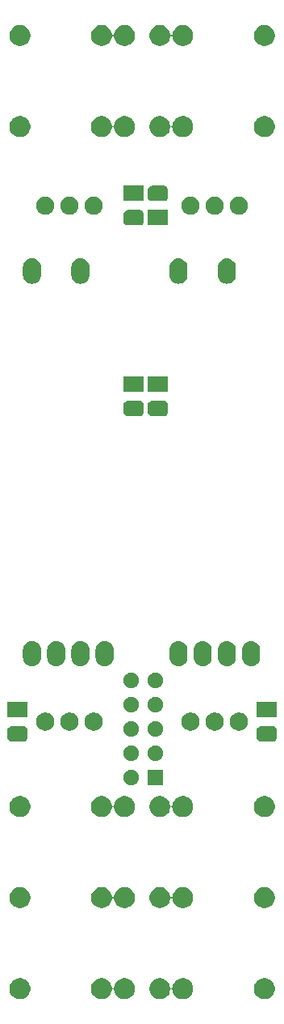
<source format=gbr>
G04 #@! TF.GenerationSoftware,KiCad,Pcbnew,(5.1.5)-2*
G04 #@! TF.CreationDate,2020-04-23T19:17:14+02:00*
G04 #@! TF.ProjectId,Skis,536b6973-2e6b-4696-9361-645f70636258,rev?*
G04 #@! TF.SameCoordinates,Original*
G04 #@! TF.FileFunction,Soldermask,Bot*
G04 #@! TF.FilePolarity,Negative*
%FSLAX46Y46*%
G04 Gerber Fmt 4.6, Leading zero omitted, Abs format (unit mm)*
G04 Created by KiCad (PCBNEW (5.1.5)-2) date 2020-04-23 19:17:14*
%MOMM*%
%LPD*%
G04 APERTURE LIST*
%ADD10C,0.100000*%
G04 APERTURE END LIST*
D10*
G36*
X86557446Y-120855781D02*
G01*
X86627783Y-120869772D01*
X86826551Y-120952105D01*
X86916600Y-121012274D01*
X87005436Y-121071632D01*
X87157568Y-121223764D01*
X87277096Y-121402651D01*
X87359428Y-121601418D01*
X87393103Y-121770714D01*
X87400216Y-121794163D01*
X87411767Y-121815774D01*
X87427312Y-121834716D01*
X87446254Y-121850261D01*
X87467865Y-121861812D01*
X87491314Y-121868925D01*
X87515700Y-121871327D01*
X87540086Y-121868925D01*
X87563535Y-121861812D01*
X87585146Y-121850261D01*
X87604088Y-121834716D01*
X87619633Y-121815774D01*
X87631184Y-121794163D01*
X87638297Y-121770714D01*
X87671972Y-121601418D01*
X87754304Y-121402651D01*
X87873832Y-121223764D01*
X88025964Y-121071632D01*
X88114800Y-121012274D01*
X88204849Y-120952105D01*
X88403617Y-120869772D01*
X88473954Y-120855781D01*
X88614626Y-120827800D01*
X88829774Y-120827800D01*
X88970446Y-120855781D01*
X89040783Y-120869772D01*
X89239551Y-120952105D01*
X89418437Y-121071633D01*
X89570567Y-121223763D01*
X89690095Y-121402649D01*
X89772428Y-121601417D01*
X89814400Y-121812428D01*
X89814400Y-122027572D01*
X89772428Y-122238583D01*
X89690095Y-122437351D01*
X89570567Y-122616237D01*
X89418437Y-122768367D01*
X89239551Y-122887895D01*
X89040783Y-122970228D01*
X88970446Y-122984219D01*
X88829774Y-123012200D01*
X88614626Y-123012200D01*
X88473954Y-122984219D01*
X88403617Y-122970228D01*
X88204849Y-122887895D01*
X88025963Y-122768367D01*
X87873833Y-122616237D01*
X87754305Y-122437351D01*
X87671972Y-122238583D01*
X87638297Y-122069286D01*
X87631184Y-122045837D01*
X87619633Y-122024226D01*
X87604088Y-122005284D01*
X87585146Y-121989739D01*
X87563535Y-121978188D01*
X87540086Y-121971075D01*
X87515700Y-121968673D01*
X87491314Y-121971075D01*
X87467865Y-121978188D01*
X87446254Y-121989739D01*
X87427312Y-122005284D01*
X87411767Y-122024226D01*
X87400216Y-122045837D01*
X87393103Y-122069286D01*
X87359428Y-122238583D01*
X87277095Y-122437351D01*
X87157567Y-122616237D01*
X87005437Y-122768367D01*
X86826551Y-122887895D01*
X86627783Y-122970228D01*
X86557446Y-122984219D01*
X86416774Y-123012200D01*
X86201626Y-123012200D01*
X86060954Y-122984219D01*
X85990617Y-122970228D01*
X85791849Y-122887895D01*
X85612963Y-122768367D01*
X85460833Y-122616237D01*
X85341305Y-122437351D01*
X85258972Y-122238583D01*
X85217000Y-122027572D01*
X85217000Y-121812428D01*
X85258972Y-121601417D01*
X85341305Y-121402649D01*
X85460833Y-121223763D01*
X85612963Y-121071633D01*
X85791849Y-120952105D01*
X85990617Y-120869772D01*
X86060954Y-120855781D01*
X86201626Y-120827800D01*
X86416774Y-120827800D01*
X86557446Y-120855781D01*
G37*
G36*
X97530246Y-120855781D02*
G01*
X97600583Y-120869772D01*
X97799351Y-120952105D01*
X97978237Y-121071633D01*
X98130367Y-121223763D01*
X98249895Y-121402649D01*
X98332228Y-121601417D01*
X98374200Y-121812428D01*
X98374200Y-122027572D01*
X98332228Y-122238583D01*
X98249895Y-122437351D01*
X98130367Y-122616237D01*
X97978237Y-122768367D01*
X97799351Y-122887895D01*
X97600583Y-122970228D01*
X97530246Y-122984219D01*
X97389574Y-123012200D01*
X97174426Y-123012200D01*
X97033754Y-122984219D01*
X96963417Y-122970228D01*
X96764649Y-122887895D01*
X96585763Y-122768367D01*
X96433633Y-122616237D01*
X96314105Y-122437351D01*
X96231772Y-122238583D01*
X96189800Y-122027572D01*
X96189800Y-121812428D01*
X96231772Y-121601417D01*
X96314105Y-121402649D01*
X96433633Y-121223763D01*
X96585763Y-121071633D01*
X96764649Y-120952105D01*
X96963417Y-120869772D01*
X97033754Y-120855781D01*
X97174426Y-120827800D01*
X97389574Y-120827800D01*
X97530246Y-120855781D01*
G37*
G36*
X71876246Y-120855781D02*
G01*
X71946583Y-120869772D01*
X72145351Y-120952105D01*
X72324237Y-121071633D01*
X72476367Y-121223763D01*
X72595895Y-121402649D01*
X72678228Y-121601417D01*
X72720200Y-121812428D01*
X72720200Y-122027572D01*
X72678228Y-122238583D01*
X72595895Y-122437351D01*
X72476367Y-122616237D01*
X72324237Y-122768367D01*
X72145351Y-122887895D01*
X71946583Y-122970228D01*
X71876246Y-122984219D01*
X71735574Y-123012200D01*
X71520426Y-123012200D01*
X71379754Y-122984219D01*
X71309417Y-122970228D01*
X71110649Y-122887895D01*
X70931763Y-122768367D01*
X70779633Y-122616237D01*
X70660105Y-122437351D01*
X70577772Y-122238583D01*
X70535800Y-122027572D01*
X70535800Y-121812428D01*
X70577772Y-121601417D01*
X70660105Y-121402649D01*
X70779633Y-121223763D01*
X70931763Y-121071633D01*
X71110649Y-120952105D01*
X71309417Y-120869772D01*
X71379754Y-120855781D01*
X71520426Y-120827800D01*
X71735574Y-120827800D01*
X71876246Y-120855781D01*
G37*
G36*
X80436046Y-120855781D02*
G01*
X80506383Y-120869772D01*
X80705151Y-120952105D01*
X80795200Y-121012274D01*
X80884036Y-121071632D01*
X81036168Y-121223764D01*
X81155696Y-121402651D01*
X81238028Y-121601418D01*
X81271703Y-121770714D01*
X81278816Y-121794163D01*
X81290367Y-121815774D01*
X81305912Y-121834716D01*
X81324854Y-121850261D01*
X81346465Y-121861812D01*
X81369914Y-121868925D01*
X81394300Y-121871327D01*
X81418686Y-121868925D01*
X81442135Y-121861812D01*
X81463746Y-121850261D01*
X81482688Y-121834716D01*
X81498233Y-121815774D01*
X81509784Y-121794163D01*
X81516897Y-121770714D01*
X81550572Y-121601418D01*
X81632904Y-121402651D01*
X81752432Y-121223764D01*
X81904564Y-121071632D01*
X81993400Y-121012274D01*
X82083449Y-120952105D01*
X82282217Y-120869772D01*
X82352554Y-120855781D01*
X82493226Y-120827800D01*
X82708374Y-120827800D01*
X82849046Y-120855781D01*
X82919383Y-120869772D01*
X83118151Y-120952105D01*
X83297037Y-121071633D01*
X83449167Y-121223763D01*
X83568695Y-121402649D01*
X83651028Y-121601417D01*
X83693000Y-121812428D01*
X83693000Y-122027572D01*
X83651028Y-122238583D01*
X83568695Y-122437351D01*
X83449167Y-122616237D01*
X83297037Y-122768367D01*
X83118151Y-122887895D01*
X82919383Y-122970228D01*
X82849046Y-122984219D01*
X82708374Y-123012200D01*
X82493226Y-123012200D01*
X82352554Y-122984219D01*
X82282217Y-122970228D01*
X82083449Y-122887895D01*
X81904563Y-122768367D01*
X81752433Y-122616237D01*
X81632905Y-122437351D01*
X81550572Y-122238583D01*
X81516897Y-122069286D01*
X81509784Y-122045837D01*
X81498233Y-122024226D01*
X81482688Y-122005284D01*
X81463746Y-121989739D01*
X81442135Y-121978188D01*
X81418686Y-121971075D01*
X81394300Y-121968673D01*
X81369914Y-121971075D01*
X81346465Y-121978188D01*
X81324854Y-121989739D01*
X81305912Y-122005284D01*
X81290367Y-122024226D01*
X81278816Y-122045837D01*
X81271703Y-122069286D01*
X81238028Y-122238583D01*
X81155695Y-122437351D01*
X81036167Y-122616237D01*
X80884037Y-122768367D01*
X80705151Y-122887895D01*
X80506383Y-122970228D01*
X80436046Y-122984219D01*
X80295374Y-123012200D01*
X80080226Y-123012200D01*
X79939554Y-122984219D01*
X79869217Y-122970228D01*
X79670449Y-122887895D01*
X79491563Y-122768367D01*
X79339433Y-122616237D01*
X79219905Y-122437351D01*
X79137572Y-122238583D01*
X79095600Y-122027572D01*
X79095600Y-121812428D01*
X79137572Y-121601417D01*
X79219905Y-121402649D01*
X79339433Y-121223763D01*
X79491563Y-121071633D01*
X79670449Y-120952105D01*
X79869217Y-120869772D01*
X79939554Y-120855781D01*
X80080226Y-120827800D01*
X80295374Y-120827800D01*
X80436046Y-120855781D01*
G37*
G36*
X86557445Y-111330781D02*
G01*
X86627782Y-111344772D01*
X86826550Y-111427105D01*
X86916599Y-111487274D01*
X87005435Y-111546632D01*
X87157567Y-111698764D01*
X87277095Y-111877651D01*
X87359427Y-112076418D01*
X87393102Y-112245714D01*
X87400215Y-112269163D01*
X87411766Y-112290774D01*
X87427311Y-112309716D01*
X87446253Y-112325261D01*
X87467864Y-112336812D01*
X87491313Y-112343925D01*
X87515699Y-112346327D01*
X87540085Y-112343925D01*
X87563534Y-112336812D01*
X87585145Y-112325261D01*
X87604087Y-112309716D01*
X87619632Y-112290774D01*
X87631183Y-112269163D01*
X87638296Y-112245714D01*
X87671971Y-112076418D01*
X87754303Y-111877651D01*
X87873831Y-111698764D01*
X88025963Y-111546632D01*
X88114799Y-111487274D01*
X88204848Y-111427105D01*
X88403616Y-111344772D01*
X88473953Y-111330781D01*
X88614625Y-111302800D01*
X88829773Y-111302800D01*
X88970445Y-111330781D01*
X89040782Y-111344772D01*
X89239550Y-111427105D01*
X89418436Y-111546633D01*
X89570566Y-111698763D01*
X89690094Y-111877649D01*
X89772427Y-112076417D01*
X89814399Y-112287428D01*
X89814399Y-112502572D01*
X89772427Y-112713583D01*
X89690094Y-112912351D01*
X89570566Y-113091237D01*
X89418436Y-113243367D01*
X89239550Y-113362895D01*
X89040782Y-113445228D01*
X88970445Y-113459219D01*
X88829773Y-113487200D01*
X88614625Y-113487200D01*
X88473953Y-113459219D01*
X88403616Y-113445228D01*
X88204848Y-113362895D01*
X88025962Y-113243367D01*
X87873832Y-113091237D01*
X87754304Y-112912351D01*
X87671971Y-112713583D01*
X87638296Y-112544286D01*
X87631183Y-112520837D01*
X87619632Y-112499226D01*
X87604087Y-112480284D01*
X87585145Y-112464739D01*
X87563534Y-112453188D01*
X87540085Y-112446075D01*
X87515699Y-112443673D01*
X87491313Y-112446075D01*
X87467864Y-112453188D01*
X87446253Y-112464739D01*
X87427311Y-112480284D01*
X87411766Y-112499226D01*
X87400215Y-112520837D01*
X87393102Y-112544286D01*
X87359427Y-112713583D01*
X87277094Y-112912351D01*
X87157566Y-113091237D01*
X87005436Y-113243367D01*
X86826550Y-113362895D01*
X86627782Y-113445228D01*
X86557445Y-113459219D01*
X86416773Y-113487200D01*
X86201625Y-113487200D01*
X86060953Y-113459219D01*
X85990616Y-113445228D01*
X85791848Y-113362895D01*
X85612962Y-113243367D01*
X85460832Y-113091237D01*
X85341304Y-112912351D01*
X85258971Y-112713583D01*
X85216999Y-112502572D01*
X85216999Y-112287428D01*
X85258971Y-112076417D01*
X85341304Y-111877649D01*
X85460832Y-111698763D01*
X85612962Y-111546633D01*
X85791848Y-111427105D01*
X85990616Y-111344772D01*
X86060953Y-111330781D01*
X86201625Y-111302800D01*
X86416773Y-111302800D01*
X86557445Y-111330781D01*
G37*
G36*
X97530245Y-111330781D02*
G01*
X97600582Y-111344772D01*
X97799350Y-111427105D01*
X97978236Y-111546633D01*
X98130366Y-111698763D01*
X98249894Y-111877649D01*
X98332227Y-112076417D01*
X98374199Y-112287428D01*
X98374199Y-112502572D01*
X98332227Y-112713583D01*
X98249894Y-112912351D01*
X98130366Y-113091237D01*
X97978236Y-113243367D01*
X97799350Y-113362895D01*
X97600582Y-113445228D01*
X97530245Y-113459219D01*
X97389573Y-113487200D01*
X97174425Y-113487200D01*
X97033753Y-113459219D01*
X96963416Y-113445228D01*
X96764648Y-113362895D01*
X96585762Y-113243367D01*
X96433632Y-113091237D01*
X96314104Y-112912351D01*
X96231771Y-112713583D01*
X96189799Y-112502572D01*
X96189799Y-112287428D01*
X96231771Y-112076417D01*
X96314104Y-111877649D01*
X96433632Y-111698763D01*
X96585762Y-111546633D01*
X96764648Y-111427105D01*
X96963416Y-111344772D01*
X97033753Y-111330781D01*
X97174425Y-111302800D01*
X97389573Y-111302800D01*
X97530245Y-111330781D01*
G37*
G36*
X80436046Y-111330781D02*
G01*
X80506383Y-111344772D01*
X80705151Y-111427105D01*
X80795200Y-111487274D01*
X80884036Y-111546632D01*
X81036168Y-111698764D01*
X81155696Y-111877651D01*
X81238028Y-112076418D01*
X81271703Y-112245714D01*
X81278816Y-112269163D01*
X81290367Y-112290774D01*
X81305912Y-112309716D01*
X81324854Y-112325261D01*
X81346465Y-112336812D01*
X81369914Y-112343925D01*
X81394300Y-112346327D01*
X81418686Y-112343925D01*
X81442135Y-112336812D01*
X81463746Y-112325261D01*
X81482688Y-112309716D01*
X81498233Y-112290774D01*
X81509784Y-112269163D01*
X81516897Y-112245714D01*
X81550572Y-112076418D01*
X81632904Y-111877651D01*
X81752432Y-111698764D01*
X81904564Y-111546632D01*
X81993400Y-111487274D01*
X82083449Y-111427105D01*
X82282217Y-111344772D01*
X82352554Y-111330781D01*
X82493226Y-111302800D01*
X82708374Y-111302800D01*
X82849046Y-111330781D01*
X82919383Y-111344772D01*
X83118151Y-111427105D01*
X83297037Y-111546633D01*
X83449167Y-111698763D01*
X83568695Y-111877649D01*
X83651028Y-112076417D01*
X83693000Y-112287428D01*
X83693000Y-112502572D01*
X83651028Y-112713583D01*
X83568695Y-112912351D01*
X83449167Y-113091237D01*
X83297037Y-113243367D01*
X83118151Y-113362895D01*
X82919383Y-113445228D01*
X82849046Y-113459219D01*
X82708374Y-113487200D01*
X82493226Y-113487200D01*
X82352554Y-113459219D01*
X82282217Y-113445228D01*
X82083449Y-113362895D01*
X81904563Y-113243367D01*
X81752433Y-113091237D01*
X81632905Y-112912351D01*
X81550572Y-112713583D01*
X81516897Y-112544286D01*
X81509784Y-112520837D01*
X81498233Y-112499226D01*
X81482688Y-112480284D01*
X81463746Y-112464739D01*
X81442135Y-112453188D01*
X81418686Y-112446075D01*
X81394300Y-112443673D01*
X81369914Y-112446075D01*
X81346465Y-112453188D01*
X81324854Y-112464739D01*
X81305912Y-112480284D01*
X81290367Y-112499226D01*
X81278816Y-112520837D01*
X81271703Y-112544286D01*
X81238028Y-112713583D01*
X81155695Y-112912351D01*
X81036167Y-113091237D01*
X80884037Y-113243367D01*
X80705151Y-113362895D01*
X80506383Y-113445228D01*
X80436046Y-113459219D01*
X80295374Y-113487200D01*
X80080226Y-113487200D01*
X79939554Y-113459219D01*
X79869217Y-113445228D01*
X79670449Y-113362895D01*
X79491563Y-113243367D01*
X79339433Y-113091237D01*
X79219905Y-112912351D01*
X79137572Y-112713583D01*
X79095600Y-112502572D01*
X79095600Y-112287428D01*
X79137572Y-112076417D01*
X79219905Y-111877649D01*
X79339433Y-111698763D01*
X79491563Y-111546633D01*
X79670449Y-111427105D01*
X79869217Y-111344772D01*
X79939554Y-111330781D01*
X80080226Y-111302800D01*
X80295374Y-111302800D01*
X80436046Y-111330781D01*
G37*
G36*
X71876246Y-111330781D02*
G01*
X71946583Y-111344772D01*
X72145351Y-111427105D01*
X72324237Y-111546633D01*
X72476367Y-111698763D01*
X72595895Y-111877649D01*
X72678228Y-112076417D01*
X72720200Y-112287428D01*
X72720200Y-112502572D01*
X72678228Y-112713583D01*
X72595895Y-112912351D01*
X72476367Y-113091237D01*
X72324237Y-113243367D01*
X72145351Y-113362895D01*
X71946583Y-113445228D01*
X71876246Y-113459219D01*
X71735574Y-113487200D01*
X71520426Y-113487200D01*
X71379754Y-113459219D01*
X71309417Y-113445228D01*
X71110649Y-113362895D01*
X70931763Y-113243367D01*
X70779633Y-113091237D01*
X70660105Y-112912351D01*
X70577772Y-112713583D01*
X70535800Y-112502572D01*
X70535800Y-112287428D01*
X70577772Y-112076417D01*
X70660105Y-111877649D01*
X70779633Y-111698763D01*
X70931763Y-111546633D01*
X71110649Y-111427105D01*
X71309417Y-111344772D01*
X71379754Y-111330781D01*
X71520426Y-111302800D01*
X71735574Y-111302800D01*
X71876246Y-111330781D01*
G37*
G36*
X71876246Y-101805781D02*
G01*
X71946583Y-101819772D01*
X72145351Y-101902105D01*
X72324237Y-102021633D01*
X72476367Y-102173763D01*
X72595895Y-102352649D01*
X72678228Y-102551417D01*
X72720200Y-102762428D01*
X72720200Y-102977572D01*
X72678228Y-103188583D01*
X72595895Y-103387351D01*
X72476367Y-103566237D01*
X72324237Y-103718367D01*
X72145351Y-103837895D01*
X71946583Y-103920228D01*
X71876246Y-103934219D01*
X71735574Y-103962200D01*
X71520426Y-103962200D01*
X71379754Y-103934219D01*
X71309417Y-103920228D01*
X71110649Y-103837895D01*
X70931763Y-103718367D01*
X70779633Y-103566237D01*
X70660105Y-103387351D01*
X70577772Y-103188583D01*
X70535800Y-102977572D01*
X70535800Y-102762428D01*
X70577772Y-102551417D01*
X70660105Y-102352649D01*
X70779633Y-102173763D01*
X70931763Y-102021633D01*
X71110649Y-101902105D01*
X71309417Y-101819772D01*
X71379754Y-101805781D01*
X71520426Y-101777800D01*
X71735574Y-101777800D01*
X71876246Y-101805781D01*
G37*
G36*
X97530246Y-101805781D02*
G01*
X97600583Y-101819772D01*
X97799351Y-101902105D01*
X97978237Y-102021633D01*
X98130367Y-102173763D01*
X98249895Y-102352649D01*
X98332228Y-102551417D01*
X98374200Y-102762428D01*
X98374200Y-102977572D01*
X98332228Y-103188583D01*
X98249895Y-103387351D01*
X98130367Y-103566237D01*
X97978237Y-103718367D01*
X97799351Y-103837895D01*
X97600583Y-103920228D01*
X97530246Y-103934219D01*
X97389574Y-103962200D01*
X97174426Y-103962200D01*
X97033754Y-103934219D01*
X96963417Y-103920228D01*
X96764649Y-103837895D01*
X96585763Y-103718367D01*
X96433633Y-103566237D01*
X96314105Y-103387351D01*
X96231772Y-103188583D01*
X96189800Y-102977572D01*
X96189800Y-102762428D01*
X96231772Y-102551417D01*
X96314105Y-102352649D01*
X96433633Y-102173763D01*
X96585763Y-102021633D01*
X96764649Y-101902105D01*
X96963417Y-101819772D01*
X97033754Y-101805781D01*
X97174426Y-101777800D01*
X97389574Y-101777800D01*
X97530246Y-101805781D01*
G37*
G36*
X80436046Y-101805781D02*
G01*
X80506383Y-101819772D01*
X80705151Y-101902105D01*
X80795200Y-101962274D01*
X80884036Y-102021632D01*
X81036168Y-102173764D01*
X81155696Y-102352651D01*
X81238028Y-102551418D01*
X81271703Y-102720714D01*
X81278816Y-102744163D01*
X81290367Y-102765774D01*
X81305912Y-102784716D01*
X81324854Y-102800261D01*
X81346465Y-102811812D01*
X81369914Y-102818925D01*
X81394300Y-102821327D01*
X81418686Y-102818925D01*
X81442135Y-102811812D01*
X81463746Y-102800261D01*
X81482688Y-102784716D01*
X81498233Y-102765774D01*
X81509784Y-102744163D01*
X81516897Y-102720714D01*
X81550572Y-102551418D01*
X81632904Y-102352651D01*
X81752432Y-102173764D01*
X81904564Y-102021632D01*
X81993400Y-101962274D01*
X82083449Y-101902105D01*
X82282217Y-101819772D01*
X82352554Y-101805781D01*
X82493226Y-101777800D01*
X82708374Y-101777800D01*
X82849046Y-101805781D01*
X82919383Y-101819772D01*
X83118151Y-101902105D01*
X83297037Y-102021633D01*
X83449167Y-102173763D01*
X83568695Y-102352649D01*
X83651028Y-102551417D01*
X83693000Y-102762428D01*
X83693000Y-102977572D01*
X83651028Y-103188583D01*
X83568695Y-103387351D01*
X83449167Y-103566237D01*
X83297037Y-103718367D01*
X83118151Y-103837895D01*
X82919383Y-103920228D01*
X82849046Y-103934219D01*
X82708374Y-103962200D01*
X82493226Y-103962200D01*
X82352554Y-103934219D01*
X82282217Y-103920228D01*
X82083449Y-103837895D01*
X81904563Y-103718367D01*
X81752433Y-103566237D01*
X81632905Y-103387351D01*
X81550572Y-103188583D01*
X81516897Y-103019286D01*
X81509784Y-102995837D01*
X81498233Y-102974226D01*
X81482688Y-102955284D01*
X81463746Y-102939739D01*
X81442135Y-102928188D01*
X81418686Y-102921075D01*
X81394300Y-102918673D01*
X81369914Y-102921075D01*
X81346465Y-102928188D01*
X81324854Y-102939739D01*
X81305912Y-102955284D01*
X81290367Y-102974226D01*
X81278816Y-102995837D01*
X81271703Y-103019286D01*
X81238028Y-103188583D01*
X81155695Y-103387351D01*
X81036167Y-103566237D01*
X80884037Y-103718367D01*
X80705151Y-103837895D01*
X80506383Y-103920228D01*
X80436046Y-103934219D01*
X80295374Y-103962200D01*
X80080226Y-103962200D01*
X79939554Y-103934219D01*
X79869217Y-103920228D01*
X79670449Y-103837895D01*
X79491563Y-103718367D01*
X79339433Y-103566237D01*
X79219905Y-103387351D01*
X79137572Y-103188583D01*
X79095600Y-102977572D01*
X79095600Y-102762428D01*
X79137572Y-102551417D01*
X79219905Y-102352649D01*
X79339433Y-102173763D01*
X79491563Y-102021633D01*
X79670449Y-101902105D01*
X79869217Y-101819772D01*
X79939554Y-101805781D01*
X80080226Y-101777800D01*
X80295374Y-101777800D01*
X80436046Y-101805781D01*
G37*
G36*
X86557446Y-101805781D02*
G01*
X86627783Y-101819772D01*
X86826551Y-101902105D01*
X86916600Y-101962274D01*
X87005436Y-102021632D01*
X87157568Y-102173764D01*
X87277096Y-102352651D01*
X87359428Y-102551418D01*
X87393103Y-102720714D01*
X87400216Y-102744163D01*
X87411767Y-102765774D01*
X87427312Y-102784716D01*
X87446254Y-102800261D01*
X87467865Y-102811812D01*
X87491314Y-102818925D01*
X87515700Y-102821327D01*
X87540086Y-102818925D01*
X87563535Y-102811812D01*
X87585146Y-102800261D01*
X87604088Y-102784716D01*
X87619633Y-102765774D01*
X87631184Y-102744163D01*
X87638297Y-102720714D01*
X87671972Y-102551418D01*
X87754304Y-102352651D01*
X87873832Y-102173764D01*
X88025964Y-102021632D01*
X88114800Y-101962274D01*
X88204849Y-101902105D01*
X88403617Y-101819772D01*
X88473954Y-101805781D01*
X88614626Y-101777800D01*
X88829774Y-101777800D01*
X88970446Y-101805781D01*
X89040783Y-101819772D01*
X89239551Y-101902105D01*
X89418437Y-102021633D01*
X89570567Y-102173763D01*
X89690095Y-102352649D01*
X89772428Y-102551417D01*
X89814400Y-102762428D01*
X89814400Y-102977572D01*
X89772428Y-103188583D01*
X89690095Y-103387351D01*
X89570567Y-103566237D01*
X89418437Y-103718367D01*
X89239551Y-103837895D01*
X89040783Y-103920228D01*
X88970446Y-103934219D01*
X88829774Y-103962200D01*
X88614626Y-103962200D01*
X88473954Y-103934219D01*
X88403617Y-103920228D01*
X88204849Y-103837895D01*
X88025963Y-103718367D01*
X87873833Y-103566237D01*
X87754305Y-103387351D01*
X87671972Y-103188583D01*
X87638297Y-103019286D01*
X87631184Y-102995837D01*
X87619633Y-102974226D01*
X87604088Y-102955284D01*
X87585146Y-102939739D01*
X87563535Y-102928188D01*
X87540086Y-102921075D01*
X87515700Y-102918673D01*
X87491314Y-102921075D01*
X87467865Y-102928188D01*
X87446254Y-102939739D01*
X87427312Y-102955284D01*
X87411767Y-102974226D01*
X87400216Y-102995837D01*
X87393103Y-103019286D01*
X87359428Y-103188583D01*
X87277095Y-103387351D01*
X87157567Y-103566237D01*
X87005437Y-103718367D01*
X86826551Y-103837895D01*
X86627783Y-103920228D01*
X86557446Y-103934219D01*
X86416774Y-103962200D01*
X86201626Y-103962200D01*
X86060954Y-103934219D01*
X85990617Y-103920228D01*
X85791849Y-103837895D01*
X85612963Y-103718367D01*
X85460833Y-103566237D01*
X85341305Y-103387351D01*
X85258972Y-103188583D01*
X85217000Y-102977572D01*
X85217000Y-102762428D01*
X85258972Y-102551417D01*
X85341305Y-102352649D01*
X85460833Y-102173763D01*
X85612963Y-102021633D01*
X85791849Y-101902105D01*
X85990617Y-101819772D01*
X86060954Y-101805781D01*
X86201626Y-101777800D01*
X86416774Y-101777800D01*
X86557446Y-101805781D01*
G37*
G36*
X86665000Y-100635000D02*
G01*
X85039000Y-100635000D01*
X85039000Y-99009000D01*
X86665000Y-99009000D01*
X86665000Y-100635000D01*
G37*
G36*
X83549142Y-99040242D02*
G01*
X83697101Y-99101529D01*
X83830255Y-99190499D01*
X83943501Y-99303745D01*
X84032471Y-99436899D01*
X84093758Y-99584858D01*
X84125000Y-99741925D01*
X84125000Y-99902075D01*
X84093758Y-100059142D01*
X84032471Y-100207101D01*
X83943501Y-100340255D01*
X83830255Y-100453501D01*
X83697101Y-100542471D01*
X83549142Y-100603758D01*
X83392075Y-100635000D01*
X83231925Y-100635000D01*
X83074858Y-100603758D01*
X82926899Y-100542471D01*
X82793745Y-100453501D01*
X82680499Y-100340255D01*
X82591529Y-100207101D01*
X82530242Y-100059142D01*
X82499000Y-99902075D01*
X82499000Y-99741925D01*
X82530242Y-99584858D01*
X82591529Y-99436899D01*
X82680499Y-99303745D01*
X82793745Y-99190499D01*
X82926899Y-99101529D01*
X83074858Y-99040242D01*
X83231925Y-99009000D01*
X83392075Y-99009000D01*
X83549142Y-99040242D01*
G37*
G36*
X83549142Y-96500242D02*
G01*
X83697101Y-96561529D01*
X83830255Y-96650499D01*
X83943501Y-96763745D01*
X84032471Y-96896899D01*
X84093758Y-97044858D01*
X84125000Y-97201925D01*
X84125000Y-97362075D01*
X84093758Y-97519142D01*
X84032471Y-97667101D01*
X83943501Y-97800255D01*
X83830255Y-97913501D01*
X83697101Y-98002471D01*
X83549142Y-98063758D01*
X83392075Y-98095000D01*
X83231925Y-98095000D01*
X83074858Y-98063758D01*
X82926899Y-98002471D01*
X82793745Y-97913501D01*
X82680499Y-97800255D01*
X82591529Y-97667101D01*
X82530242Y-97519142D01*
X82499000Y-97362075D01*
X82499000Y-97201925D01*
X82530242Y-97044858D01*
X82591529Y-96896899D01*
X82680499Y-96763745D01*
X82793745Y-96650499D01*
X82926899Y-96561529D01*
X83074858Y-96500242D01*
X83231925Y-96469000D01*
X83392075Y-96469000D01*
X83549142Y-96500242D01*
G37*
G36*
X86089142Y-96500242D02*
G01*
X86237101Y-96561529D01*
X86370255Y-96650499D01*
X86483501Y-96763745D01*
X86572471Y-96896899D01*
X86633758Y-97044858D01*
X86665000Y-97201925D01*
X86665000Y-97362075D01*
X86633758Y-97519142D01*
X86572471Y-97667101D01*
X86483501Y-97800255D01*
X86370255Y-97913501D01*
X86237101Y-98002471D01*
X86089142Y-98063758D01*
X85932075Y-98095000D01*
X85771925Y-98095000D01*
X85614858Y-98063758D01*
X85466899Y-98002471D01*
X85333745Y-97913501D01*
X85220499Y-97800255D01*
X85131529Y-97667101D01*
X85070242Y-97519142D01*
X85039000Y-97362075D01*
X85039000Y-97201925D01*
X85070242Y-97044858D01*
X85131529Y-96896899D01*
X85220499Y-96763745D01*
X85333745Y-96650499D01*
X85466899Y-96561529D01*
X85614858Y-96500242D01*
X85771925Y-96469000D01*
X85932075Y-96469000D01*
X86089142Y-96500242D01*
G37*
G36*
X98213193Y-94447086D02*
G01*
X98305764Y-94475168D01*
X98391079Y-94520770D01*
X98465860Y-94582140D01*
X98527230Y-94656921D01*
X98572832Y-94742236D01*
X98600914Y-94834807D01*
X98611000Y-94937220D01*
X98611000Y-95562780D01*
X98600914Y-95665193D01*
X98572832Y-95757764D01*
X98527230Y-95843079D01*
X98465860Y-95917860D01*
X98391079Y-95979230D01*
X98305764Y-96024832D01*
X98213193Y-96052914D01*
X98110780Y-96063000D01*
X96961220Y-96063000D01*
X96858807Y-96052914D01*
X96766236Y-96024832D01*
X96680921Y-95979230D01*
X96606140Y-95917860D01*
X96544770Y-95843079D01*
X96499168Y-95757764D01*
X96471086Y-95665193D01*
X96461000Y-95562780D01*
X96461000Y-94937220D01*
X96471086Y-94834807D01*
X96499168Y-94742236D01*
X96544770Y-94656921D01*
X96606140Y-94582140D01*
X96680921Y-94520770D01*
X96766236Y-94475168D01*
X96858807Y-94447086D01*
X96961220Y-94437000D01*
X98110780Y-94437000D01*
X98213193Y-94447086D01*
G37*
G36*
X72051193Y-94447086D02*
G01*
X72143764Y-94475168D01*
X72229079Y-94520770D01*
X72303860Y-94582140D01*
X72365230Y-94656921D01*
X72410832Y-94742236D01*
X72438914Y-94834807D01*
X72449000Y-94937220D01*
X72449000Y-95562780D01*
X72438914Y-95665193D01*
X72410832Y-95757764D01*
X72365230Y-95843079D01*
X72303860Y-95917860D01*
X72229079Y-95979230D01*
X72143764Y-96024832D01*
X72051193Y-96052914D01*
X71948780Y-96063000D01*
X70799220Y-96063000D01*
X70696807Y-96052914D01*
X70604236Y-96024832D01*
X70518921Y-95979230D01*
X70444140Y-95917860D01*
X70382770Y-95843079D01*
X70337168Y-95757764D01*
X70309086Y-95665193D01*
X70299000Y-95562780D01*
X70299000Y-94937220D01*
X70309086Y-94834807D01*
X70337168Y-94742236D01*
X70382770Y-94656921D01*
X70444140Y-94582140D01*
X70518921Y-94520770D01*
X70604236Y-94475168D01*
X70696807Y-94447086D01*
X70799220Y-94437000D01*
X71948780Y-94437000D01*
X72051193Y-94447086D01*
G37*
G36*
X86089142Y-93960242D02*
G01*
X86237101Y-94021529D01*
X86370255Y-94110499D01*
X86483501Y-94223745D01*
X86572471Y-94356899D01*
X86633758Y-94504858D01*
X86665000Y-94661925D01*
X86665000Y-94822075D01*
X86633758Y-94979142D01*
X86572471Y-95127101D01*
X86483501Y-95260255D01*
X86370255Y-95373501D01*
X86237101Y-95462471D01*
X86089142Y-95523758D01*
X85932075Y-95555000D01*
X85771925Y-95555000D01*
X85614858Y-95523758D01*
X85466899Y-95462471D01*
X85333745Y-95373501D01*
X85220499Y-95260255D01*
X85131529Y-95127101D01*
X85070242Y-94979142D01*
X85039000Y-94822075D01*
X85039000Y-94661925D01*
X85070242Y-94504858D01*
X85131529Y-94356899D01*
X85220499Y-94223745D01*
X85333745Y-94110499D01*
X85466899Y-94021529D01*
X85614858Y-93960242D01*
X85771925Y-93929000D01*
X85932075Y-93929000D01*
X86089142Y-93960242D01*
G37*
G36*
X83549142Y-93960242D02*
G01*
X83697101Y-94021529D01*
X83830255Y-94110499D01*
X83943501Y-94223745D01*
X84032471Y-94356899D01*
X84093758Y-94504858D01*
X84125000Y-94661925D01*
X84125000Y-94822075D01*
X84093758Y-94979142D01*
X84032471Y-95127101D01*
X83943501Y-95260255D01*
X83830255Y-95373501D01*
X83697101Y-95462471D01*
X83549142Y-95523758D01*
X83392075Y-95555000D01*
X83231925Y-95555000D01*
X83074858Y-95523758D01*
X82926899Y-95462471D01*
X82793745Y-95373501D01*
X82680499Y-95260255D01*
X82591529Y-95127101D01*
X82530242Y-94979142D01*
X82499000Y-94822075D01*
X82499000Y-94661925D01*
X82530242Y-94504858D01*
X82591529Y-94356899D01*
X82680499Y-94223745D01*
X82793745Y-94110499D01*
X82926899Y-94021529D01*
X83074858Y-93960242D01*
X83231925Y-93929000D01*
X83392075Y-93929000D01*
X83549142Y-93960242D01*
G37*
G36*
X89812395Y-93065546D02*
G01*
X89985466Y-93137234D01*
X89985467Y-93137235D01*
X90141227Y-93241310D01*
X90273690Y-93373773D01*
X90273691Y-93373775D01*
X90377766Y-93529534D01*
X90449454Y-93702605D01*
X90486000Y-93886333D01*
X90486000Y-94073667D01*
X90449454Y-94257395D01*
X90377766Y-94430466D01*
X90377765Y-94430467D01*
X90273690Y-94586227D01*
X90141227Y-94718690D01*
X90067070Y-94768240D01*
X89985466Y-94822766D01*
X89812395Y-94894454D01*
X89628667Y-94931000D01*
X89441333Y-94931000D01*
X89257605Y-94894454D01*
X89084534Y-94822766D01*
X89002930Y-94768240D01*
X88928773Y-94718690D01*
X88796310Y-94586227D01*
X88692235Y-94430467D01*
X88692234Y-94430466D01*
X88620546Y-94257395D01*
X88584000Y-94073667D01*
X88584000Y-93886333D01*
X88620546Y-93702605D01*
X88692234Y-93529534D01*
X88796309Y-93373775D01*
X88796310Y-93373773D01*
X88928773Y-93241310D01*
X89084533Y-93137235D01*
X89084534Y-93137234D01*
X89257605Y-93065546D01*
X89441333Y-93029000D01*
X89628667Y-93029000D01*
X89812395Y-93065546D01*
G37*
G36*
X77112395Y-93065546D02*
G01*
X77285466Y-93137234D01*
X77285467Y-93137235D01*
X77441227Y-93241310D01*
X77573690Y-93373773D01*
X77573691Y-93373775D01*
X77677766Y-93529534D01*
X77749454Y-93702605D01*
X77786000Y-93886333D01*
X77786000Y-94073667D01*
X77749454Y-94257395D01*
X77677766Y-94430466D01*
X77677765Y-94430467D01*
X77573690Y-94586227D01*
X77441227Y-94718690D01*
X77367070Y-94768240D01*
X77285466Y-94822766D01*
X77112395Y-94894454D01*
X76928667Y-94931000D01*
X76741333Y-94931000D01*
X76557605Y-94894454D01*
X76384534Y-94822766D01*
X76302930Y-94768240D01*
X76228773Y-94718690D01*
X76096310Y-94586227D01*
X75992235Y-94430467D01*
X75992234Y-94430466D01*
X75920546Y-94257395D01*
X75884000Y-94073667D01*
X75884000Y-93886333D01*
X75920546Y-93702605D01*
X75992234Y-93529534D01*
X76096309Y-93373775D01*
X76096310Y-93373773D01*
X76228773Y-93241310D01*
X76384533Y-93137235D01*
X76384534Y-93137234D01*
X76557605Y-93065546D01*
X76741333Y-93029000D01*
X76928667Y-93029000D01*
X77112395Y-93065546D01*
G37*
G36*
X79652395Y-93065546D02*
G01*
X79825466Y-93137234D01*
X79825467Y-93137235D01*
X79981227Y-93241310D01*
X80113690Y-93373773D01*
X80113691Y-93373775D01*
X80217766Y-93529534D01*
X80289454Y-93702605D01*
X80326000Y-93886333D01*
X80326000Y-94073667D01*
X80289454Y-94257395D01*
X80217766Y-94430466D01*
X80217765Y-94430467D01*
X80113690Y-94586227D01*
X79981227Y-94718690D01*
X79907070Y-94768240D01*
X79825466Y-94822766D01*
X79652395Y-94894454D01*
X79468667Y-94931000D01*
X79281333Y-94931000D01*
X79097605Y-94894454D01*
X78924534Y-94822766D01*
X78842930Y-94768240D01*
X78768773Y-94718690D01*
X78636310Y-94586227D01*
X78532235Y-94430467D01*
X78532234Y-94430466D01*
X78460546Y-94257395D01*
X78424000Y-94073667D01*
X78424000Y-93886333D01*
X78460546Y-93702605D01*
X78532234Y-93529534D01*
X78636309Y-93373775D01*
X78636310Y-93373773D01*
X78768773Y-93241310D01*
X78924533Y-93137235D01*
X78924534Y-93137234D01*
X79097605Y-93065546D01*
X79281333Y-93029000D01*
X79468667Y-93029000D01*
X79652395Y-93065546D01*
G37*
G36*
X74572395Y-93065546D02*
G01*
X74745466Y-93137234D01*
X74745467Y-93137235D01*
X74901227Y-93241310D01*
X75033690Y-93373773D01*
X75033691Y-93373775D01*
X75137766Y-93529534D01*
X75209454Y-93702605D01*
X75246000Y-93886333D01*
X75246000Y-94073667D01*
X75209454Y-94257395D01*
X75137766Y-94430466D01*
X75137765Y-94430467D01*
X75033690Y-94586227D01*
X74901227Y-94718690D01*
X74827070Y-94768240D01*
X74745466Y-94822766D01*
X74572395Y-94894454D01*
X74388667Y-94931000D01*
X74201333Y-94931000D01*
X74017605Y-94894454D01*
X73844534Y-94822766D01*
X73762930Y-94768240D01*
X73688773Y-94718690D01*
X73556310Y-94586227D01*
X73452235Y-94430467D01*
X73452234Y-94430466D01*
X73380546Y-94257395D01*
X73344000Y-94073667D01*
X73344000Y-93886333D01*
X73380546Y-93702605D01*
X73452234Y-93529534D01*
X73556309Y-93373775D01*
X73556310Y-93373773D01*
X73688773Y-93241310D01*
X73844533Y-93137235D01*
X73844534Y-93137234D01*
X74017605Y-93065546D01*
X74201333Y-93029000D01*
X74388667Y-93029000D01*
X74572395Y-93065546D01*
G37*
G36*
X92352395Y-93065546D02*
G01*
X92525466Y-93137234D01*
X92525467Y-93137235D01*
X92681227Y-93241310D01*
X92813690Y-93373773D01*
X92813691Y-93373775D01*
X92917766Y-93529534D01*
X92989454Y-93702605D01*
X93026000Y-93886333D01*
X93026000Y-94073667D01*
X92989454Y-94257395D01*
X92917766Y-94430466D01*
X92917765Y-94430467D01*
X92813690Y-94586227D01*
X92681227Y-94718690D01*
X92607070Y-94768240D01*
X92525466Y-94822766D01*
X92352395Y-94894454D01*
X92168667Y-94931000D01*
X91981333Y-94931000D01*
X91797605Y-94894454D01*
X91624534Y-94822766D01*
X91542930Y-94768240D01*
X91468773Y-94718690D01*
X91336310Y-94586227D01*
X91232235Y-94430467D01*
X91232234Y-94430466D01*
X91160546Y-94257395D01*
X91124000Y-94073667D01*
X91124000Y-93886333D01*
X91160546Y-93702605D01*
X91232234Y-93529534D01*
X91336309Y-93373775D01*
X91336310Y-93373773D01*
X91468773Y-93241310D01*
X91624533Y-93137235D01*
X91624534Y-93137234D01*
X91797605Y-93065546D01*
X91981333Y-93029000D01*
X92168667Y-93029000D01*
X92352395Y-93065546D01*
G37*
G36*
X94892395Y-93065546D02*
G01*
X95065466Y-93137234D01*
X95065467Y-93137235D01*
X95221227Y-93241310D01*
X95353690Y-93373773D01*
X95353691Y-93373775D01*
X95457766Y-93529534D01*
X95529454Y-93702605D01*
X95566000Y-93886333D01*
X95566000Y-94073667D01*
X95529454Y-94257395D01*
X95457766Y-94430466D01*
X95457765Y-94430467D01*
X95353690Y-94586227D01*
X95221227Y-94718690D01*
X95147070Y-94768240D01*
X95065466Y-94822766D01*
X94892395Y-94894454D01*
X94708667Y-94931000D01*
X94521333Y-94931000D01*
X94337605Y-94894454D01*
X94164534Y-94822766D01*
X94082930Y-94768240D01*
X94008773Y-94718690D01*
X93876310Y-94586227D01*
X93772235Y-94430467D01*
X93772234Y-94430466D01*
X93700546Y-94257395D01*
X93664000Y-94073667D01*
X93664000Y-93886333D01*
X93700546Y-93702605D01*
X93772234Y-93529534D01*
X93876309Y-93373775D01*
X93876310Y-93373773D01*
X94008773Y-93241310D01*
X94164533Y-93137235D01*
X94164534Y-93137234D01*
X94337605Y-93065546D01*
X94521333Y-93029000D01*
X94708667Y-93029000D01*
X94892395Y-93065546D01*
G37*
G36*
X98611000Y-93523000D02*
G01*
X96461000Y-93523000D01*
X96461000Y-91897000D01*
X98611000Y-91897000D01*
X98611000Y-93523000D01*
G37*
G36*
X72449000Y-93523000D02*
G01*
X70299000Y-93523000D01*
X70299000Y-91897000D01*
X72449000Y-91897000D01*
X72449000Y-93523000D01*
G37*
G36*
X83549142Y-91420242D02*
G01*
X83697101Y-91481529D01*
X83830255Y-91570499D01*
X83943501Y-91683745D01*
X84032471Y-91816899D01*
X84093758Y-91964858D01*
X84125000Y-92121925D01*
X84125000Y-92282075D01*
X84093758Y-92439142D01*
X84032471Y-92587101D01*
X83943501Y-92720255D01*
X83830255Y-92833501D01*
X83697101Y-92922471D01*
X83549142Y-92983758D01*
X83392075Y-93015000D01*
X83231925Y-93015000D01*
X83074858Y-92983758D01*
X82926899Y-92922471D01*
X82793745Y-92833501D01*
X82680499Y-92720255D01*
X82591529Y-92587101D01*
X82530242Y-92439142D01*
X82499000Y-92282075D01*
X82499000Y-92121925D01*
X82530242Y-91964858D01*
X82591529Y-91816899D01*
X82680499Y-91683745D01*
X82793745Y-91570499D01*
X82926899Y-91481529D01*
X83074858Y-91420242D01*
X83231925Y-91389000D01*
X83392075Y-91389000D01*
X83549142Y-91420242D01*
G37*
G36*
X86089142Y-91420242D02*
G01*
X86237101Y-91481529D01*
X86370255Y-91570499D01*
X86483501Y-91683745D01*
X86572471Y-91816899D01*
X86633758Y-91964858D01*
X86665000Y-92121925D01*
X86665000Y-92282075D01*
X86633758Y-92439142D01*
X86572471Y-92587101D01*
X86483501Y-92720255D01*
X86370255Y-92833501D01*
X86237101Y-92922471D01*
X86089142Y-92983758D01*
X85932075Y-93015000D01*
X85771925Y-93015000D01*
X85614858Y-92983758D01*
X85466899Y-92922471D01*
X85333745Y-92833501D01*
X85220499Y-92720255D01*
X85131529Y-92587101D01*
X85070242Y-92439142D01*
X85039000Y-92282075D01*
X85039000Y-92121925D01*
X85070242Y-91964858D01*
X85131529Y-91816899D01*
X85220499Y-91683745D01*
X85333745Y-91570499D01*
X85466899Y-91481529D01*
X85614858Y-91420242D01*
X85771925Y-91389000D01*
X85932075Y-91389000D01*
X86089142Y-91420242D01*
G37*
G36*
X83549142Y-88880242D02*
G01*
X83697101Y-88941529D01*
X83830255Y-89030499D01*
X83943501Y-89143745D01*
X84032471Y-89276899D01*
X84093758Y-89424858D01*
X84125000Y-89581925D01*
X84125000Y-89742075D01*
X84093758Y-89899142D01*
X84032471Y-90047101D01*
X83943501Y-90180255D01*
X83830255Y-90293501D01*
X83697101Y-90382471D01*
X83549142Y-90443758D01*
X83392075Y-90475000D01*
X83231925Y-90475000D01*
X83074858Y-90443758D01*
X82926899Y-90382471D01*
X82793745Y-90293501D01*
X82680499Y-90180255D01*
X82591529Y-90047101D01*
X82530242Y-89899142D01*
X82499000Y-89742075D01*
X82499000Y-89581925D01*
X82530242Y-89424858D01*
X82591529Y-89276899D01*
X82680499Y-89143745D01*
X82793745Y-89030499D01*
X82926899Y-88941529D01*
X83074858Y-88880242D01*
X83231925Y-88849000D01*
X83392075Y-88849000D01*
X83549142Y-88880242D01*
G37*
G36*
X86089142Y-88880242D02*
G01*
X86237101Y-88941529D01*
X86370255Y-89030499D01*
X86483501Y-89143745D01*
X86572471Y-89276899D01*
X86633758Y-89424858D01*
X86665000Y-89581925D01*
X86665000Y-89742075D01*
X86633758Y-89899142D01*
X86572471Y-90047101D01*
X86483501Y-90180255D01*
X86370255Y-90293501D01*
X86237101Y-90382471D01*
X86089142Y-90443758D01*
X85932075Y-90475000D01*
X85771925Y-90475000D01*
X85614858Y-90443758D01*
X85466899Y-90382471D01*
X85333745Y-90293501D01*
X85220499Y-90180255D01*
X85131529Y-90047101D01*
X85070242Y-89899142D01*
X85039000Y-89742075D01*
X85039000Y-89581925D01*
X85070242Y-89424858D01*
X85131529Y-89276899D01*
X85220499Y-89143745D01*
X85333745Y-89030499D01*
X85466899Y-88941529D01*
X85614858Y-88880242D01*
X85771925Y-88849000D01*
X85932075Y-88849000D01*
X86089142Y-88880242D01*
G37*
G36*
X73084424Y-85560760D02*
G01*
X73084427Y-85560761D01*
X73084428Y-85560761D01*
X73263692Y-85615140D01*
X73263695Y-85615142D01*
X73263696Y-85615142D01*
X73428903Y-85703446D01*
X73573712Y-85822288D01*
X73692554Y-85967097D01*
X73780858Y-86132303D01*
X73780860Y-86132307D01*
X73780860Y-86132308D01*
X73835240Y-86311575D01*
X73849000Y-86451282D01*
X73849000Y-87284717D01*
X73835240Y-87424426D01*
X73780859Y-87603695D01*
X73692554Y-87768903D01*
X73573712Y-87913712D01*
X73428903Y-88032554D01*
X73263697Y-88120858D01*
X73263693Y-88120860D01*
X73084429Y-88175239D01*
X73084428Y-88175239D01*
X73084425Y-88175240D01*
X72898000Y-88193601D01*
X72711576Y-88175240D01*
X72711573Y-88175239D01*
X72711572Y-88175239D01*
X72532308Y-88120860D01*
X72532304Y-88120858D01*
X72367098Y-88032554D01*
X72222289Y-87913712D01*
X72103447Y-87768903D01*
X72015140Y-87603692D01*
X71960760Y-87424430D01*
X71947000Y-87284718D01*
X71947000Y-86451283D01*
X71960760Y-86311576D01*
X71960761Y-86311572D01*
X72015140Y-86132308D01*
X72015143Y-86132303D01*
X72103446Y-85967097D01*
X72222288Y-85822288D01*
X72367097Y-85703446D01*
X72532303Y-85615142D01*
X72532304Y-85615142D01*
X72532307Y-85615140D01*
X72711571Y-85560761D01*
X72711572Y-85560761D01*
X72711575Y-85560760D01*
X72898000Y-85542399D01*
X73084424Y-85560760D01*
G37*
G36*
X90991424Y-85560760D02*
G01*
X90991427Y-85560761D01*
X90991428Y-85560761D01*
X91170692Y-85615140D01*
X91170695Y-85615142D01*
X91170696Y-85615142D01*
X91335903Y-85703446D01*
X91480712Y-85822288D01*
X91599554Y-85967097D01*
X91687858Y-86132303D01*
X91687860Y-86132307D01*
X91687860Y-86132308D01*
X91742240Y-86311575D01*
X91756000Y-86451282D01*
X91756000Y-87284717D01*
X91742240Y-87424426D01*
X91687859Y-87603695D01*
X91599554Y-87768903D01*
X91480712Y-87913712D01*
X91335903Y-88032554D01*
X91170697Y-88120858D01*
X91170693Y-88120860D01*
X90991429Y-88175239D01*
X90991428Y-88175239D01*
X90991425Y-88175240D01*
X90805000Y-88193601D01*
X90618576Y-88175240D01*
X90618573Y-88175239D01*
X90618572Y-88175239D01*
X90439308Y-88120860D01*
X90439304Y-88120858D01*
X90274098Y-88032554D01*
X90129289Y-87913712D01*
X90010447Y-87768903D01*
X89922140Y-87603692D01*
X89867760Y-87424430D01*
X89854000Y-87284718D01*
X89854000Y-86451283D01*
X89867760Y-86311576D01*
X89867761Y-86311572D01*
X89922140Y-86132308D01*
X89922143Y-86132303D01*
X90010446Y-85967097D01*
X90129288Y-85822288D01*
X90274097Y-85703446D01*
X90439303Y-85615142D01*
X90439304Y-85615142D01*
X90439307Y-85615140D01*
X90618571Y-85560761D01*
X90618572Y-85560761D01*
X90618575Y-85560760D01*
X90805000Y-85542399D01*
X90991424Y-85560760D01*
G37*
G36*
X88451424Y-85560760D02*
G01*
X88451427Y-85560761D01*
X88451428Y-85560761D01*
X88630692Y-85615140D01*
X88630695Y-85615142D01*
X88630696Y-85615142D01*
X88795903Y-85703446D01*
X88940712Y-85822288D01*
X89059554Y-85967097D01*
X89147858Y-86132303D01*
X89147860Y-86132307D01*
X89147860Y-86132308D01*
X89202240Y-86311575D01*
X89216000Y-86451282D01*
X89216000Y-87284717D01*
X89202240Y-87424426D01*
X89147859Y-87603695D01*
X89059554Y-87768903D01*
X88940712Y-87913712D01*
X88795903Y-88032554D01*
X88630697Y-88120858D01*
X88630693Y-88120860D01*
X88451429Y-88175239D01*
X88451428Y-88175239D01*
X88451425Y-88175240D01*
X88265000Y-88193601D01*
X88078576Y-88175240D01*
X88078573Y-88175239D01*
X88078572Y-88175239D01*
X87899308Y-88120860D01*
X87899304Y-88120858D01*
X87734098Y-88032554D01*
X87589289Y-87913712D01*
X87470447Y-87768903D01*
X87382140Y-87603692D01*
X87327760Y-87424430D01*
X87314000Y-87284718D01*
X87314000Y-86451283D01*
X87327760Y-86311576D01*
X87327761Y-86311572D01*
X87382140Y-86132308D01*
X87382143Y-86132303D01*
X87470446Y-85967097D01*
X87589288Y-85822288D01*
X87734097Y-85703446D01*
X87899303Y-85615142D01*
X87899304Y-85615142D01*
X87899307Y-85615140D01*
X88078571Y-85560761D01*
X88078572Y-85560761D01*
X88078575Y-85560760D01*
X88265000Y-85542399D01*
X88451424Y-85560760D01*
G37*
G36*
X93531424Y-85560760D02*
G01*
X93531427Y-85560761D01*
X93531428Y-85560761D01*
X93710692Y-85615140D01*
X93710695Y-85615142D01*
X93710696Y-85615142D01*
X93875903Y-85703446D01*
X94020712Y-85822288D01*
X94139554Y-85967097D01*
X94227858Y-86132303D01*
X94227860Y-86132307D01*
X94227860Y-86132308D01*
X94282240Y-86311575D01*
X94296000Y-86451282D01*
X94296000Y-87284717D01*
X94282240Y-87424426D01*
X94227859Y-87603695D01*
X94139554Y-87768903D01*
X94020712Y-87913712D01*
X93875903Y-88032554D01*
X93710697Y-88120858D01*
X93710693Y-88120860D01*
X93531429Y-88175239D01*
X93531428Y-88175239D01*
X93531425Y-88175240D01*
X93345000Y-88193601D01*
X93158576Y-88175240D01*
X93158573Y-88175239D01*
X93158572Y-88175239D01*
X92979308Y-88120860D01*
X92979304Y-88120858D01*
X92814098Y-88032554D01*
X92669289Y-87913712D01*
X92550447Y-87768903D01*
X92462140Y-87603692D01*
X92407760Y-87424430D01*
X92394000Y-87284718D01*
X92394000Y-86451283D01*
X92407760Y-86311576D01*
X92407761Y-86311572D01*
X92462140Y-86132308D01*
X92462143Y-86132303D01*
X92550446Y-85967097D01*
X92669288Y-85822288D01*
X92814097Y-85703446D01*
X92979303Y-85615142D01*
X92979304Y-85615142D01*
X92979307Y-85615140D01*
X93158571Y-85560761D01*
X93158572Y-85560761D01*
X93158575Y-85560760D01*
X93345000Y-85542399D01*
X93531424Y-85560760D01*
G37*
G36*
X80704424Y-85560760D02*
G01*
X80704427Y-85560761D01*
X80704428Y-85560761D01*
X80883692Y-85615140D01*
X80883695Y-85615142D01*
X80883696Y-85615142D01*
X81048903Y-85703446D01*
X81193712Y-85822288D01*
X81312554Y-85967097D01*
X81400858Y-86132303D01*
X81400860Y-86132307D01*
X81400860Y-86132308D01*
X81455240Y-86311575D01*
X81469000Y-86451282D01*
X81469000Y-87284717D01*
X81455240Y-87424426D01*
X81400859Y-87603695D01*
X81312554Y-87768903D01*
X81193712Y-87913712D01*
X81048903Y-88032554D01*
X80883697Y-88120858D01*
X80883693Y-88120860D01*
X80704429Y-88175239D01*
X80704428Y-88175239D01*
X80704425Y-88175240D01*
X80518000Y-88193601D01*
X80331576Y-88175240D01*
X80331573Y-88175239D01*
X80331572Y-88175239D01*
X80152308Y-88120860D01*
X80152304Y-88120858D01*
X79987098Y-88032554D01*
X79842289Y-87913712D01*
X79723447Y-87768903D01*
X79635140Y-87603692D01*
X79580760Y-87424430D01*
X79567000Y-87284718D01*
X79567000Y-86451283D01*
X79580760Y-86311576D01*
X79580761Y-86311572D01*
X79635140Y-86132308D01*
X79635143Y-86132303D01*
X79723446Y-85967097D01*
X79842288Y-85822288D01*
X79987097Y-85703446D01*
X80152303Y-85615142D01*
X80152304Y-85615142D01*
X80152307Y-85615140D01*
X80331571Y-85560761D01*
X80331572Y-85560761D01*
X80331575Y-85560760D01*
X80518000Y-85542399D01*
X80704424Y-85560760D01*
G37*
G36*
X78164424Y-85560760D02*
G01*
X78164427Y-85560761D01*
X78164428Y-85560761D01*
X78343692Y-85615140D01*
X78343695Y-85615142D01*
X78343696Y-85615142D01*
X78508903Y-85703446D01*
X78653712Y-85822288D01*
X78772554Y-85967097D01*
X78860858Y-86132303D01*
X78860860Y-86132307D01*
X78860860Y-86132308D01*
X78915240Y-86311575D01*
X78929000Y-86451282D01*
X78929000Y-87284717D01*
X78915240Y-87424426D01*
X78860859Y-87603695D01*
X78772554Y-87768903D01*
X78653712Y-87913712D01*
X78508903Y-88032554D01*
X78343697Y-88120858D01*
X78343693Y-88120860D01*
X78164429Y-88175239D01*
X78164428Y-88175239D01*
X78164425Y-88175240D01*
X77978000Y-88193601D01*
X77791576Y-88175240D01*
X77791573Y-88175239D01*
X77791572Y-88175239D01*
X77612308Y-88120860D01*
X77612304Y-88120858D01*
X77447098Y-88032554D01*
X77302289Y-87913712D01*
X77183447Y-87768903D01*
X77095140Y-87603692D01*
X77040760Y-87424430D01*
X77027000Y-87284718D01*
X77027000Y-86451283D01*
X77040760Y-86311576D01*
X77040761Y-86311572D01*
X77095140Y-86132308D01*
X77095143Y-86132303D01*
X77183446Y-85967097D01*
X77302288Y-85822288D01*
X77447097Y-85703446D01*
X77612303Y-85615142D01*
X77612304Y-85615142D01*
X77612307Y-85615140D01*
X77791571Y-85560761D01*
X77791572Y-85560761D01*
X77791575Y-85560760D01*
X77978000Y-85542399D01*
X78164424Y-85560760D01*
G37*
G36*
X75624424Y-85560760D02*
G01*
X75624427Y-85560761D01*
X75624428Y-85560761D01*
X75803692Y-85615140D01*
X75803695Y-85615142D01*
X75803696Y-85615142D01*
X75968903Y-85703446D01*
X76113712Y-85822288D01*
X76232554Y-85967097D01*
X76320858Y-86132303D01*
X76320860Y-86132307D01*
X76320860Y-86132308D01*
X76375240Y-86311575D01*
X76389000Y-86451282D01*
X76389000Y-87284717D01*
X76375240Y-87424426D01*
X76320859Y-87603695D01*
X76232554Y-87768903D01*
X76113712Y-87913712D01*
X75968903Y-88032554D01*
X75803697Y-88120858D01*
X75803693Y-88120860D01*
X75624429Y-88175239D01*
X75624428Y-88175239D01*
X75624425Y-88175240D01*
X75438000Y-88193601D01*
X75251576Y-88175240D01*
X75251573Y-88175239D01*
X75251572Y-88175239D01*
X75072308Y-88120860D01*
X75072304Y-88120858D01*
X74907098Y-88032554D01*
X74762289Y-87913712D01*
X74643447Y-87768903D01*
X74555140Y-87603692D01*
X74500760Y-87424430D01*
X74487000Y-87284718D01*
X74487000Y-86451283D01*
X74500760Y-86311576D01*
X74500761Y-86311572D01*
X74555140Y-86132308D01*
X74555143Y-86132303D01*
X74643446Y-85967097D01*
X74762288Y-85822288D01*
X74907097Y-85703446D01*
X75072303Y-85615142D01*
X75072304Y-85615142D01*
X75072307Y-85615140D01*
X75251571Y-85560761D01*
X75251572Y-85560761D01*
X75251575Y-85560760D01*
X75438000Y-85542399D01*
X75624424Y-85560760D01*
G37*
G36*
X96071424Y-85560760D02*
G01*
X96071427Y-85560761D01*
X96071428Y-85560761D01*
X96250692Y-85615140D01*
X96250695Y-85615142D01*
X96250696Y-85615142D01*
X96415903Y-85703446D01*
X96560712Y-85822288D01*
X96679554Y-85967097D01*
X96767858Y-86132303D01*
X96767860Y-86132307D01*
X96767860Y-86132308D01*
X96822240Y-86311575D01*
X96836000Y-86451282D01*
X96836000Y-87284717D01*
X96822240Y-87424426D01*
X96767859Y-87603695D01*
X96679554Y-87768903D01*
X96560712Y-87913712D01*
X96415903Y-88032554D01*
X96250697Y-88120858D01*
X96250693Y-88120860D01*
X96071429Y-88175239D01*
X96071428Y-88175239D01*
X96071425Y-88175240D01*
X95885000Y-88193601D01*
X95698576Y-88175240D01*
X95698573Y-88175239D01*
X95698572Y-88175239D01*
X95519308Y-88120860D01*
X95519304Y-88120858D01*
X95354098Y-88032554D01*
X95209289Y-87913712D01*
X95090447Y-87768903D01*
X95002140Y-87603692D01*
X94947760Y-87424430D01*
X94934000Y-87284718D01*
X94934000Y-86451283D01*
X94947760Y-86311576D01*
X94947761Y-86311572D01*
X95002140Y-86132308D01*
X95002143Y-86132303D01*
X95090446Y-85967097D01*
X95209288Y-85822288D01*
X95354097Y-85703446D01*
X95519303Y-85615142D01*
X95519304Y-85615142D01*
X95519307Y-85615140D01*
X95698571Y-85560761D01*
X95698572Y-85560761D01*
X95698575Y-85560760D01*
X95885000Y-85542399D01*
X96071424Y-85560760D01*
G37*
G36*
X86783193Y-60411086D02*
G01*
X86875764Y-60439168D01*
X86961079Y-60484770D01*
X87035860Y-60546140D01*
X87097230Y-60620921D01*
X87142832Y-60706236D01*
X87170914Y-60798807D01*
X87181000Y-60901220D01*
X87181000Y-61526780D01*
X87170914Y-61629193D01*
X87142832Y-61721764D01*
X87097230Y-61807079D01*
X87035860Y-61881860D01*
X86961079Y-61943230D01*
X86875764Y-61988832D01*
X86783193Y-62016914D01*
X86680780Y-62027000D01*
X85531220Y-62027000D01*
X85428807Y-62016914D01*
X85336236Y-61988832D01*
X85250921Y-61943230D01*
X85176140Y-61881860D01*
X85114770Y-61807079D01*
X85069168Y-61721764D01*
X85041086Y-61629193D01*
X85031000Y-61526780D01*
X85031000Y-60901220D01*
X85041086Y-60798807D01*
X85069168Y-60706236D01*
X85114770Y-60620921D01*
X85176140Y-60546140D01*
X85250921Y-60484770D01*
X85336236Y-60439168D01*
X85428807Y-60411086D01*
X85531220Y-60401000D01*
X86680780Y-60401000D01*
X86783193Y-60411086D01*
G37*
G36*
X84243193Y-60411086D02*
G01*
X84335764Y-60439168D01*
X84421079Y-60484770D01*
X84495860Y-60546140D01*
X84557230Y-60620921D01*
X84602832Y-60706236D01*
X84630914Y-60798807D01*
X84641000Y-60901220D01*
X84641000Y-61526780D01*
X84630914Y-61629193D01*
X84602832Y-61721764D01*
X84557230Y-61807079D01*
X84495860Y-61881860D01*
X84421079Y-61943230D01*
X84335764Y-61988832D01*
X84243193Y-62016914D01*
X84140780Y-62027000D01*
X82991220Y-62027000D01*
X82888807Y-62016914D01*
X82796236Y-61988832D01*
X82710921Y-61943230D01*
X82636140Y-61881860D01*
X82574770Y-61807079D01*
X82529168Y-61721764D01*
X82501086Y-61629193D01*
X82491000Y-61526780D01*
X82491000Y-60901220D01*
X82501086Y-60798807D01*
X82529168Y-60706236D01*
X82574770Y-60620921D01*
X82636140Y-60546140D01*
X82710921Y-60484770D01*
X82796236Y-60439168D01*
X82888807Y-60411086D01*
X82991220Y-60401000D01*
X84140780Y-60401000D01*
X84243193Y-60411086D01*
G37*
G36*
X87181000Y-59487000D02*
G01*
X85031000Y-59487000D01*
X85031000Y-57861000D01*
X87181000Y-57861000D01*
X87181000Y-59487000D01*
G37*
G36*
X84641000Y-59487000D02*
G01*
X82491000Y-59487000D01*
X82491000Y-57861000D01*
X84641000Y-57861000D01*
X84641000Y-59487000D01*
G37*
G36*
X78164424Y-45555760D02*
G01*
X78164427Y-45555761D01*
X78164428Y-45555761D01*
X78343692Y-45610140D01*
X78343695Y-45610142D01*
X78343696Y-45610142D01*
X78508903Y-45698446D01*
X78653712Y-45817288D01*
X78772554Y-45962097D01*
X78860858Y-46127303D01*
X78860860Y-46127307D01*
X78860860Y-46127308D01*
X78915240Y-46306575D01*
X78929000Y-46446282D01*
X78929000Y-47279717D01*
X78915240Y-47419426D01*
X78860859Y-47598695D01*
X78772554Y-47763903D01*
X78653712Y-47908712D01*
X78508903Y-48027554D01*
X78343697Y-48115858D01*
X78343693Y-48115860D01*
X78164429Y-48170239D01*
X78164428Y-48170239D01*
X78164425Y-48170240D01*
X77978000Y-48188601D01*
X77791576Y-48170240D01*
X77791573Y-48170239D01*
X77791572Y-48170239D01*
X77612308Y-48115860D01*
X77612304Y-48115858D01*
X77447098Y-48027554D01*
X77302289Y-47908712D01*
X77183447Y-47763903D01*
X77095140Y-47598692D01*
X77040760Y-47419430D01*
X77027000Y-47279718D01*
X77027000Y-46446283D01*
X77040760Y-46306576D01*
X77040761Y-46306572D01*
X77095140Y-46127308D01*
X77095143Y-46127303D01*
X77183446Y-45962097D01*
X77302288Y-45817288D01*
X77447097Y-45698446D01*
X77612303Y-45610142D01*
X77612304Y-45610142D01*
X77612307Y-45610140D01*
X77791571Y-45555761D01*
X77791572Y-45555761D01*
X77791575Y-45555760D01*
X77978000Y-45537399D01*
X78164424Y-45555760D01*
G37*
G36*
X73084424Y-45555760D02*
G01*
X73084427Y-45555761D01*
X73084428Y-45555761D01*
X73263692Y-45610140D01*
X73263695Y-45610142D01*
X73263696Y-45610142D01*
X73428903Y-45698446D01*
X73573712Y-45817288D01*
X73692554Y-45962097D01*
X73780858Y-46127303D01*
X73780860Y-46127307D01*
X73780860Y-46127308D01*
X73835240Y-46306575D01*
X73849000Y-46446282D01*
X73849000Y-47279717D01*
X73835240Y-47419426D01*
X73780859Y-47598695D01*
X73692554Y-47763903D01*
X73573712Y-47908712D01*
X73428903Y-48027554D01*
X73263697Y-48115858D01*
X73263693Y-48115860D01*
X73084429Y-48170239D01*
X73084428Y-48170239D01*
X73084425Y-48170240D01*
X72898000Y-48188601D01*
X72711576Y-48170240D01*
X72711573Y-48170239D01*
X72711572Y-48170239D01*
X72532308Y-48115860D01*
X72532304Y-48115858D01*
X72367098Y-48027554D01*
X72222289Y-47908712D01*
X72103447Y-47763903D01*
X72015140Y-47598692D01*
X71960760Y-47419430D01*
X71947000Y-47279718D01*
X71947000Y-46446283D01*
X71960760Y-46306576D01*
X71960761Y-46306572D01*
X72015140Y-46127308D01*
X72015143Y-46127303D01*
X72103446Y-45962097D01*
X72222288Y-45817288D01*
X72367097Y-45698446D01*
X72532303Y-45610142D01*
X72532304Y-45610142D01*
X72532307Y-45610140D01*
X72711571Y-45555761D01*
X72711572Y-45555761D01*
X72711575Y-45555760D01*
X72898000Y-45537399D01*
X73084424Y-45555760D01*
G37*
G36*
X88451424Y-45555760D02*
G01*
X88451427Y-45555761D01*
X88451428Y-45555761D01*
X88630692Y-45610140D01*
X88630695Y-45610142D01*
X88630696Y-45610142D01*
X88795903Y-45698446D01*
X88940712Y-45817288D01*
X89059554Y-45962097D01*
X89147858Y-46127303D01*
X89147860Y-46127307D01*
X89147860Y-46127308D01*
X89202240Y-46306575D01*
X89216000Y-46446282D01*
X89216000Y-47279717D01*
X89202240Y-47419426D01*
X89147859Y-47598695D01*
X89059554Y-47763903D01*
X88940712Y-47908712D01*
X88795903Y-48027554D01*
X88630697Y-48115858D01*
X88630693Y-48115860D01*
X88451429Y-48170239D01*
X88451428Y-48170239D01*
X88451425Y-48170240D01*
X88265000Y-48188601D01*
X88078576Y-48170240D01*
X88078573Y-48170239D01*
X88078572Y-48170239D01*
X87899308Y-48115860D01*
X87899304Y-48115858D01*
X87734098Y-48027554D01*
X87589289Y-47908712D01*
X87470447Y-47763903D01*
X87382140Y-47598692D01*
X87327760Y-47419430D01*
X87314000Y-47279718D01*
X87314000Y-46446283D01*
X87327760Y-46306576D01*
X87327761Y-46306572D01*
X87382140Y-46127308D01*
X87382143Y-46127303D01*
X87470446Y-45962097D01*
X87589288Y-45817288D01*
X87734097Y-45698446D01*
X87899303Y-45610142D01*
X87899304Y-45610142D01*
X87899307Y-45610140D01*
X88078571Y-45555761D01*
X88078572Y-45555761D01*
X88078575Y-45555760D01*
X88265000Y-45537399D01*
X88451424Y-45555760D01*
G37*
G36*
X93531424Y-45555760D02*
G01*
X93531427Y-45555761D01*
X93531428Y-45555761D01*
X93710692Y-45610140D01*
X93710695Y-45610142D01*
X93710696Y-45610142D01*
X93875903Y-45698446D01*
X94020712Y-45817288D01*
X94139554Y-45962097D01*
X94227858Y-46127303D01*
X94227860Y-46127307D01*
X94227860Y-46127308D01*
X94282240Y-46306575D01*
X94296000Y-46446282D01*
X94296000Y-47279717D01*
X94282240Y-47419426D01*
X94227859Y-47598695D01*
X94139554Y-47763903D01*
X94020712Y-47908712D01*
X93875903Y-48027554D01*
X93710697Y-48115858D01*
X93710693Y-48115860D01*
X93531429Y-48170239D01*
X93531428Y-48170239D01*
X93531425Y-48170240D01*
X93345000Y-48188601D01*
X93158576Y-48170240D01*
X93158573Y-48170239D01*
X93158572Y-48170239D01*
X92979308Y-48115860D01*
X92979304Y-48115858D01*
X92814098Y-48027554D01*
X92669289Y-47908712D01*
X92550447Y-47763903D01*
X92462140Y-47598692D01*
X92407760Y-47419430D01*
X92394000Y-47279718D01*
X92394000Y-46446283D01*
X92407760Y-46306576D01*
X92407761Y-46306572D01*
X92462140Y-46127308D01*
X92462143Y-46127303D01*
X92550446Y-45962097D01*
X92669288Y-45817288D01*
X92814097Y-45698446D01*
X92979303Y-45610142D01*
X92979304Y-45610142D01*
X92979307Y-45610140D01*
X93158571Y-45555761D01*
X93158572Y-45555761D01*
X93158575Y-45555760D01*
X93345000Y-45537399D01*
X93531424Y-45555760D01*
G37*
G36*
X87181000Y-42088000D02*
G01*
X85031000Y-42088000D01*
X85031000Y-40462000D01*
X87181000Y-40462000D01*
X87181000Y-42088000D01*
G37*
G36*
X84243193Y-40472086D02*
G01*
X84335764Y-40500168D01*
X84421079Y-40545770D01*
X84495860Y-40607140D01*
X84557230Y-40681921D01*
X84602832Y-40767236D01*
X84630914Y-40859807D01*
X84641000Y-40962220D01*
X84641000Y-41587780D01*
X84630914Y-41690193D01*
X84602832Y-41782764D01*
X84557230Y-41868079D01*
X84495860Y-41942860D01*
X84421079Y-42004230D01*
X84335764Y-42049832D01*
X84243193Y-42077914D01*
X84140780Y-42088000D01*
X82991220Y-42088000D01*
X82888807Y-42077914D01*
X82796236Y-42049832D01*
X82710921Y-42004230D01*
X82636140Y-41942860D01*
X82574770Y-41868079D01*
X82529168Y-41782764D01*
X82501086Y-41690193D01*
X82491000Y-41587780D01*
X82491000Y-40962220D01*
X82501086Y-40859807D01*
X82529168Y-40767236D01*
X82574770Y-40681921D01*
X82636140Y-40607140D01*
X82710921Y-40545770D01*
X82796236Y-40500168D01*
X82888807Y-40472086D01*
X82991220Y-40462000D01*
X84140780Y-40462000D01*
X84243193Y-40472086D01*
G37*
G36*
X89812395Y-39090546D02*
G01*
X89985466Y-39162234D01*
X89985467Y-39162235D01*
X90141227Y-39266310D01*
X90273690Y-39398773D01*
X90273691Y-39398775D01*
X90377766Y-39554534D01*
X90449454Y-39727605D01*
X90486000Y-39911333D01*
X90486000Y-40098667D01*
X90449454Y-40282395D01*
X90377766Y-40455466D01*
X90377765Y-40455467D01*
X90273690Y-40611227D01*
X90141227Y-40743690D01*
X90067070Y-40793240D01*
X89985466Y-40847766D01*
X89812395Y-40919454D01*
X89628667Y-40956000D01*
X89441333Y-40956000D01*
X89257605Y-40919454D01*
X89084534Y-40847766D01*
X89002930Y-40793240D01*
X88928773Y-40743690D01*
X88796310Y-40611227D01*
X88692235Y-40455467D01*
X88692234Y-40455466D01*
X88620546Y-40282395D01*
X88584000Y-40098667D01*
X88584000Y-39911333D01*
X88620546Y-39727605D01*
X88692234Y-39554534D01*
X88796309Y-39398775D01*
X88796310Y-39398773D01*
X88928773Y-39266310D01*
X89084533Y-39162235D01*
X89084534Y-39162234D01*
X89257605Y-39090546D01*
X89441333Y-39054000D01*
X89628667Y-39054000D01*
X89812395Y-39090546D01*
G37*
G36*
X94892395Y-39090546D02*
G01*
X95065466Y-39162234D01*
X95065467Y-39162235D01*
X95221227Y-39266310D01*
X95353690Y-39398773D01*
X95353691Y-39398775D01*
X95457766Y-39554534D01*
X95529454Y-39727605D01*
X95566000Y-39911333D01*
X95566000Y-40098667D01*
X95529454Y-40282395D01*
X95457766Y-40455466D01*
X95457765Y-40455467D01*
X95353690Y-40611227D01*
X95221227Y-40743690D01*
X95147070Y-40793240D01*
X95065466Y-40847766D01*
X94892395Y-40919454D01*
X94708667Y-40956000D01*
X94521333Y-40956000D01*
X94337605Y-40919454D01*
X94164534Y-40847766D01*
X94082930Y-40793240D01*
X94008773Y-40743690D01*
X93876310Y-40611227D01*
X93772235Y-40455467D01*
X93772234Y-40455466D01*
X93700546Y-40282395D01*
X93664000Y-40098667D01*
X93664000Y-39911333D01*
X93700546Y-39727605D01*
X93772234Y-39554534D01*
X93876309Y-39398775D01*
X93876310Y-39398773D01*
X94008773Y-39266310D01*
X94164533Y-39162235D01*
X94164534Y-39162234D01*
X94337605Y-39090546D01*
X94521333Y-39054000D01*
X94708667Y-39054000D01*
X94892395Y-39090546D01*
G37*
G36*
X77112395Y-39090546D02*
G01*
X77285466Y-39162234D01*
X77285467Y-39162235D01*
X77441227Y-39266310D01*
X77573690Y-39398773D01*
X77573691Y-39398775D01*
X77677766Y-39554534D01*
X77749454Y-39727605D01*
X77786000Y-39911333D01*
X77786000Y-40098667D01*
X77749454Y-40282395D01*
X77677766Y-40455466D01*
X77677765Y-40455467D01*
X77573690Y-40611227D01*
X77441227Y-40743690D01*
X77367070Y-40793240D01*
X77285466Y-40847766D01*
X77112395Y-40919454D01*
X76928667Y-40956000D01*
X76741333Y-40956000D01*
X76557605Y-40919454D01*
X76384534Y-40847766D01*
X76302930Y-40793240D01*
X76228773Y-40743690D01*
X76096310Y-40611227D01*
X75992235Y-40455467D01*
X75992234Y-40455466D01*
X75920546Y-40282395D01*
X75884000Y-40098667D01*
X75884000Y-39911333D01*
X75920546Y-39727605D01*
X75992234Y-39554534D01*
X76096309Y-39398775D01*
X76096310Y-39398773D01*
X76228773Y-39266310D01*
X76384533Y-39162235D01*
X76384534Y-39162234D01*
X76557605Y-39090546D01*
X76741333Y-39054000D01*
X76928667Y-39054000D01*
X77112395Y-39090546D01*
G37*
G36*
X74572395Y-39090546D02*
G01*
X74745466Y-39162234D01*
X74745467Y-39162235D01*
X74901227Y-39266310D01*
X75033690Y-39398773D01*
X75033691Y-39398775D01*
X75137766Y-39554534D01*
X75209454Y-39727605D01*
X75246000Y-39911333D01*
X75246000Y-40098667D01*
X75209454Y-40282395D01*
X75137766Y-40455466D01*
X75137765Y-40455467D01*
X75033690Y-40611227D01*
X74901227Y-40743690D01*
X74827070Y-40793240D01*
X74745466Y-40847766D01*
X74572395Y-40919454D01*
X74388667Y-40956000D01*
X74201333Y-40956000D01*
X74017605Y-40919454D01*
X73844534Y-40847766D01*
X73762930Y-40793240D01*
X73688773Y-40743690D01*
X73556310Y-40611227D01*
X73452235Y-40455467D01*
X73452234Y-40455466D01*
X73380546Y-40282395D01*
X73344000Y-40098667D01*
X73344000Y-39911333D01*
X73380546Y-39727605D01*
X73452234Y-39554534D01*
X73556309Y-39398775D01*
X73556310Y-39398773D01*
X73688773Y-39266310D01*
X73844533Y-39162235D01*
X73844534Y-39162234D01*
X74017605Y-39090546D01*
X74201333Y-39054000D01*
X74388667Y-39054000D01*
X74572395Y-39090546D01*
G37*
G36*
X92352395Y-39090546D02*
G01*
X92525466Y-39162234D01*
X92525467Y-39162235D01*
X92681227Y-39266310D01*
X92813690Y-39398773D01*
X92813691Y-39398775D01*
X92917766Y-39554534D01*
X92989454Y-39727605D01*
X93026000Y-39911333D01*
X93026000Y-40098667D01*
X92989454Y-40282395D01*
X92917766Y-40455466D01*
X92917765Y-40455467D01*
X92813690Y-40611227D01*
X92681227Y-40743690D01*
X92607070Y-40793240D01*
X92525466Y-40847766D01*
X92352395Y-40919454D01*
X92168667Y-40956000D01*
X91981333Y-40956000D01*
X91797605Y-40919454D01*
X91624534Y-40847766D01*
X91542930Y-40793240D01*
X91468773Y-40743690D01*
X91336310Y-40611227D01*
X91232235Y-40455467D01*
X91232234Y-40455466D01*
X91160546Y-40282395D01*
X91124000Y-40098667D01*
X91124000Y-39911333D01*
X91160546Y-39727605D01*
X91232234Y-39554534D01*
X91336309Y-39398775D01*
X91336310Y-39398773D01*
X91468773Y-39266310D01*
X91624533Y-39162235D01*
X91624534Y-39162234D01*
X91797605Y-39090546D01*
X91981333Y-39054000D01*
X92168667Y-39054000D01*
X92352395Y-39090546D01*
G37*
G36*
X79652395Y-39090546D02*
G01*
X79825466Y-39162234D01*
X79825467Y-39162235D01*
X79981227Y-39266310D01*
X80113690Y-39398773D01*
X80113691Y-39398775D01*
X80217766Y-39554534D01*
X80289454Y-39727605D01*
X80326000Y-39911333D01*
X80326000Y-40098667D01*
X80289454Y-40282395D01*
X80217766Y-40455466D01*
X80217765Y-40455467D01*
X80113690Y-40611227D01*
X79981227Y-40743690D01*
X79907070Y-40793240D01*
X79825466Y-40847766D01*
X79652395Y-40919454D01*
X79468667Y-40956000D01*
X79281333Y-40956000D01*
X79097605Y-40919454D01*
X78924534Y-40847766D01*
X78842930Y-40793240D01*
X78768773Y-40743690D01*
X78636310Y-40611227D01*
X78532235Y-40455467D01*
X78532234Y-40455466D01*
X78460546Y-40282395D01*
X78424000Y-40098667D01*
X78424000Y-39911333D01*
X78460546Y-39727605D01*
X78532234Y-39554534D01*
X78636309Y-39398775D01*
X78636310Y-39398773D01*
X78768773Y-39266310D01*
X78924533Y-39162235D01*
X78924534Y-39162234D01*
X79097605Y-39090546D01*
X79281333Y-39054000D01*
X79468667Y-39054000D01*
X79652395Y-39090546D01*
G37*
G36*
X84641000Y-39548000D02*
G01*
X82491000Y-39548000D01*
X82491000Y-37922000D01*
X84641000Y-37922000D01*
X84641000Y-39548000D01*
G37*
G36*
X86783193Y-37932086D02*
G01*
X86875764Y-37960168D01*
X86961079Y-38005770D01*
X87035860Y-38067140D01*
X87097230Y-38141921D01*
X87142832Y-38227236D01*
X87170914Y-38319807D01*
X87181000Y-38422220D01*
X87181000Y-39047780D01*
X87170914Y-39150193D01*
X87142832Y-39242764D01*
X87097230Y-39328079D01*
X87035860Y-39402860D01*
X86961079Y-39464230D01*
X86875764Y-39509832D01*
X86783193Y-39537914D01*
X86680780Y-39548000D01*
X85531220Y-39548000D01*
X85428807Y-39537914D01*
X85336236Y-39509832D01*
X85250921Y-39464230D01*
X85176140Y-39402860D01*
X85114770Y-39328079D01*
X85069168Y-39242764D01*
X85041086Y-39150193D01*
X85031000Y-39047780D01*
X85031000Y-38422220D01*
X85041086Y-38319807D01*
X85069168Y-38227236D01*
X85114770Y-38141921D01*
X85176140Y-38067140D01*
X85250921Y-38005770D01*
X85336236Y-37960168D01*
X85428807Y-37932086D01*
X85531220Y-37922000D01*
X86680780Y-37922000D01*
X86783193Y-37932086D01*
G37*
G36*
X80436046Y-30685781D02*
G01*
X80506383Y-30699772D01*
X80705151Y-30782105D01*
X80795200Y-30842274D01*
X80884036Y-30901632D01*
X81036168Y-31053764D01*
X81155696Y-31232651D01*
X81238028Y-31431418D01*
X81271703Y-31600714D01*
X81278816Y-31624163D01*
X81290367Y-31645774D01*
X81305912Y-31664716D01*
X81324854Y-31680261D01*
X81346465Y-31691812D01*
X81369914Y-31698925D01*
X81394300Y-31701327D01*
X81418686Y-31698925D01*
X81442135Y-31691812D01*
X81463746Y-31680261D01*
X81482688Y-31664716D01*
X81498233Y-31645774D01*
X81509784Y-31624163D01*
X81516897Y-31600714D01*
X81550572Y-31431418D01*
X81632904Y-31232651D01*
X81752432Y-31053764D01*
X81904564Y-30901632D01*
X81993400Y-30842274D01*
X82083449Y-30782105D01*
X82282217Y-30699772D01*
X82352554Y-30685781D01*
X82493226Y-30657800D01*
X82708374Y-30657800D01*
X82849046Y-30685781D01*
X82919383Y-30699772D01*
X83118151Y-30782105D01*
X83297037Y-30901633D01*
X83449167Y-31053763D01*
X83568695Y-31232649D01*
X83651028Y-31431417D01*
X83693000Y-31642428D01*
X83693000Y-31857572D01*
X83651028Y-32068583D01*
X83568695Y-32267351D01*
X83449167Y-32446237D01*
X83297037Y-32598367D01*
X83118151Y-32717895D01*
X82919383Y-32800228D01*
X82849046Y-32814219D01*
X82708374Y-32842200D01*
X82493226Y-32842200D01*
X82352554Y-32814219D01*
X82282217Y-32800228D01*
X82083449Y-32717895D01*
X81904563Y-32598367D01*
X81752433Y-32446237D01*
X81632905Y-32267351D01*
X81550572Y-32068583D01*
X81516897Y-31899286D01*
X81509784Y-31875837D01*
X81498233Y-31854226D01*
X81482688Y-31835284D01*
X81463746Y-31819739D01*
X81442135Y-31808188D01*
X81418686Y-31801075D01*
X81394300Y-31798673D01*
X81369914Y-31801075D01*
X81346465Y-31808188D01*
X81324854Y-31819739D01*
X81305912Y-31835284D01*
X81290367Y-31854226D01*
X81278816Y-31875837D01*
X81271703Y-31899286D01*
X81238028Y-32068583D01*
X81155695Y-32267351D01*
X81036167Y-32446237D01*
X80884037Y-32598367D01*
X80705151Y-32717895D01*
X80506383Y-32800228D01*
X80436046Y-32814219D01*
X80295374Y-32842200D01*
X80080226Y-32842200D01*
X79939554Y-32814219D01*
X79869217Y-32800228D01*
X79670449Y-32717895D01*
X79491563Y-32598367D01*
X79339433Y-32446237D01*
X79219905Y-32267351D01*
X79137572Y-32068583D01*
X79095600Y-31857572D01*
X79095600Y-31642428D01*
X79137572Y-31431417D01*
X79219905Y-31232649D01*
X79339433Y-31053763D01*
X79491563Y-30901633D01*
X79670449Y-30782105D01*
X79869217Y-30699772D01*
X79939554Y-30685781D01*
X80080226Y-30657800D01*
X80295374Y-30657800D01*
X80436046Y-30685781D01*
G37*
G36*
X71876246Y-30685781D02*
G01*
X71946583Y-30699772D01*
X72145351Y-30782105D01*
X72324237Y-30901633D01*
X72476367Y-31053763D01*
X72595895Y-31232649D01*
X72678228Y-31431417D01*
X72720200Y-31642428D01*
X72720200Y-31857572D01*
X72678228Y-32068583D01*
X72595895Y-32267351D01*
X72476367Y-32446237D01*
X72324237Y-32598367D01*
X72145351Y-32717895D01*
X71946583Y-32800228D01*
X71876246Y-32814219D01*
X71735574Y-32842200D01*
X71520426Y-32842200D01*
X71379754Y-32814219D01*
X71309417Y-32800228D01*
X71110649Y-32717895D01*
X70931763Y-32598367D01*
X70779633Y-32446237D01*
X70660105Y-32267351D01*
X70577772Y-32068583D01*
X70535800Y-31857572D01*
X70535800Y-31642428D01*
X70577772Y-31431417D01*
X70660105Y-31232649D01*
X70779633Y-31053763D01*
X70931763Y-30901633D01*
X71110649Y-30782105D01*
X71309417Y-30699772D01*
X71379754Y-30685781D01*
X71520426Y-30657800D01*
X71735574Y-30657800D01*
X71876246Y-30685781D01*
G37*
G36*
X86557446Y-30685781D02*
G01*
X86627783Y-30699772D01*
X86826551Y-30782105D01*
X86916600Y-30842274D01*
X87005436Y-30901632D01*
X87157568Y-31053764D01*
X87277096Y-31232651D01*
X87359428Y-31431418D01*
X87393103Y-31600714D01*
X87400216Y-31624163D01*
X87411767Y-31645774D01*
X87427312Y-31664716D01*
X87446254Y-31680261D01*
X87467865Y-31691812D01*
X87491314Y-31698925D01*
X87515700Y-31701327D01*
X87540086Y-31698925D01*
X87563535Y-31691812D01*
X87585146Y-31680261D01*
X87604088Y-31664716D01*
X87619633Y-31645774D01*
X87631184Y-31624163D01*
X87638297Y-31600714D01*
X87671972Y-31431418D01*
X87754304Y-31232651D01*
X87873832Y-31053764D01*
X88025964Y-30901632D01*
X88114800Y-30842274D01*
X88204849Y-30782105D01*
X88403617Y-30699772D01*
X88473954Y-30685781D01*
X88614626Y-30657800D01*
X88829774Y-30657800D01*
X88970446Y-30685781D01*
X89040783Y-30699772D01*
X89239551Y-30782105D01*
X89418437Y-30901633D01*
X89570567Y-31053763D01*
X89690095Y-31232649D01*
X89772428Y-31431417D01*
X89814400Y-31642428D01*
X89814400Y-31857572D01*
X89772428Y-32068583D01*
X89690095Y-32267351D01*
X89570567Y-32446237D01*
X89418437Y-32598367D01*
X89239551Y-32717895D01*
X89040783Y-32800228D01*
X88970446Y-32814219D01*
X88829774Y-32842200D01*
X88614626Y-32842200D01*
X88473954Y-32814219D01*
X88403617Y-32800228D01*
X88204849Y-32717895D01*
X88025963Y-32598367D01*
X87873833Y-32446237D01*
X87754305Y-32267351D01*
X87671972Y-32068583D01*
X87638297Y-31899286D01*
X87631184Y-31875837D01*
X87619633Y-31854226D01*
X87604088Y-31835284D01*
X87585146Y-31819739D01*
X87563535Y-31808188D01*
X87540086Y-31801075D01*
X87515700Y-31798673D01*
X87491314Y-31801075D01*
X87467865Y-31808188D01*
X87446254Y-31819739D01*
X87427312Y-31835284D01*
X87411767Y-31854226D01*
X87400216Y-31875837D01*
X87393103Y-31899286D01*
X87359428Y-32068583D01*
X87277095Y-32267351D01*
X87157567Y-32446237D01*
X87005437Y-32598367D01*
X86826551Y-32717895D01*
X86627783Y-32800228D01*
X86557446Y-32814219D01*
X86416774Y-32842200D01*
X86201626Y-32842200D01*
X86060954Y-32814219D01*
X85990617Y-32800228D01*
X85791849Y-32717895D01*
X85612963Y-32598367D01*
X85460833Y-32446237D01*
X85341305Y-32267351D01*
X85258972Y-32068583D01*
X85217000Y-31857572D01*
X85217000Y-31642428D01*
X85258972Y-31431417D01*
X85341305Y-31232649D01*
X85460833Y-31053763D01*
X85612963Y-30901633D01*
X85791849Y-30782105D01*
X85990617Y-30699772D01*
X86060954Y-30685781D01*
X86201626Y-30657800D01*
X86416774Y-30657800D01*
X86557446Y-30685781D01*
G37*
G36*
X97530246Y-30685781D02*
G01*
X97600583Y-30699772D01*
X97799351Y-30782105D01*
X97978237Y-30901633D01*
X98130367Y-31053763D01*
X98249895Y-31232649D01*
X98332228Y-31431417D01*
X98374200Y-31642428D01*
X98374200Y-31857572D01*
X98332228Y-32068583D01*
X98249895Y-32267351D01*
X98130367Y-32446237D01*
X97978237Y-32598367D01*
X97799351Y-32717895D01*
X97600583Y-32800228D01*
X97530246Y-32814219D01*
X97389574Y-32842200D01*
X97174426Y-32842200D01*
X97033754Y-32814219D01*
X96963417Y-32800228D01*
X96764649Y-32717895D01*
X96585763Y-32598367D01*
X96433633Y-32446237D01*
X96314105Y-32267351D01*
X96231772Y-32068583D01*
X96189800Y-31857572D01*
X96189800Y-31642428D01*
X96231772Y-31431417D01*
X96314105Y-31232649D01*
X96433633Y-31053763D01*
X96585763Y-30901633D01*
X96764649Y-30782105D01*
X96963417Y-30699772D01*
X97033754Y-30685781D01*
X97174426Y-30657800D01*
X97389574Y-30657800D01*
X97530246Y-30685781D01*
G37*
G36*
X86557446Y-21160781D02*
G01*
X86627783Y-21174772D01*
X86826551Y-21257105D01*
X86916600Y-21317274D01*
X87005436Y-21376632D01*
X87157568Y-21528764D01*
X87277096Y-21707651D01*
X87359428Y-21906418D01*
X87393103Y-22075714D01*
X87400216Y-22099163D01*
X87411767Y-22120774D01*
X87427312Y-22139716D01*
X87446254Y-22155261D01*
X87467865Y-22166812D01*
X87491314Y-22173925D01*
X87515700Y-22176327D01*
X87540086Y-22173925D01*
X87563535Y-22166812D01*
X87585146Y-22155261D01*
X87604088Y-22139716D01*
X87619633Y-22120774D01*
X87631184Y-22099163D01*
X87638297Y-22075714D01*
X87671972Y-21906418D01*
X87754304Y-21707651D01*
X87873832Y-21528764D01*
X88025964Y-21376632D01*
X88114800Y-21317274D01*
X88204849Y-21257105D01*
X88403617Y-21174772D01*
X88473954Y-21160781D01*
X88614626Y-21132800D01*
X88829774Y-21132800D01*
X88970446Y-21160781D01*
X89040783Y-21174772D01*
X89239551Y-21257105D01*
X89418437Y-21376633D01*
X89570567Y-21528763D01*
X89690095Y-21707649D01*
X89772428Y-21906417D01*
X89814400Y-22117428D01*
X89814400Y-22332572D01*
X89772428Y-22543583D01*
X89690095Y-22742351D01*
X89570567Y-22921237D01*
X89418437Y-23073367D01*
X89239551Y-23192895D01*
X89040783Y-23275228D01*
X88970446Y-23289219D01*
X88829774Y-23317200D01*
X88614626Y-23317200D01*
X88473954Y-23289219D01*
X88403617Y-23275228D01*
X88204849Y-23192895D01*
X88025963Y-23073367D01*
X87873833Y-22921237D01*
X87754305Y-22742351D01*
X87671972Y-22543583D01*
X87638297Y-22374286D01*
X87631184Y-22350837D01*
X87619633Y-22329226D01*
X87604088Y-22310284D01*
X87585146Y-22294739D01*
X87563535Y-22283188D01*
X87540086Y-22276075D01*
X87515700Y-22273673D01*
X87491314Y-22276075D01*
X87467865Y-22283188D01*
X87446254Y-22294739D01*
X87427312Y-22310284D01*
X87411767Y-22329226D01*
X87400216Y-22350837D01*
X87393103Y-22374286D01*
X87359428Y-22543583D01*
X87277095Y-22742351D01*
X87157567Y-22921237D01*
X87005437Y-23073367D01*
X86826551Y-23192895D01*
X86627783Y-23275228D01*
X86557446Y-23289219D01*
X86416774Y-23317200D01*
X86201626Y-23317200D01*
X86060954Y-23289219D01*
X85990617Y-23275228D01*
X85791849Y-23192895D01*
X85612963Y-23073367D01*
X85460833Y-22921237D01*
X85341305Y-22742351D01*
X85258972Y-22543583D01*
X85217000Y-22332572D01*
X85217000Y-22117428D01*
X85258972Y-21906417D01*
X85341305Y-21707649D01*
X85460833Y-21528763D01*
X85612963Y-21376633D01*
X85791849Y-21257105D01*
X85990617Y-21174772D01*
X86060954Y-21160781D01*
X86201626Y-21132800D01*
X86416774Y-21132800D01*
X86557446Y-21160781D01*
G37*
G36*
X97530246Y-21160781D02*
G01*
X97600583Y-21174772D01*
X97799351Y-21257105D01*
X97978237Y-21376633D01*
X98130367Y-21528763D01*
X98249895Y-21707649D01*
X98332228Y-21906417D01*
X98374200Y-22117428D01*
X98374200Y-22332572D01*
X98332228Y-22543583D01*
X98249895Y-22742351D01*
X98130367Y-22921237D01*
X97978237Y-23073367D01*
X97799351Y-23192895D01*
X97600583Y-23275228D01*
X97530246Y-23289219D01*
X97389574Y-23317200D01*
X97174426Y-23317200D01*
X97033754Y-23289219D01*
X96963417Y-23275228D01*
X96764649Y-23192895D01*
X96585763Y-23073367D01*
X96433633Y-22921237D01*
X96314105Y-22742351D01*
X96231772Y-22543583D01*
X96189800Y-22332572D01*
X96189800Y-22117428D01*
X96231772Y-21906417D01*
X96314105Y-21707649D01*
X96433633Y-21528763D01*
X96585763Y-21376633D01*
X96764649Y-21257105D01*
X96963417Y-21174772D01*
X97033754Y-21160781D01*
X97174426Y-21132800D01*
X97389574Y-21132800D01*
X97530246Y-21160781D01*
G37*
G36*
X80436046Y-21160781D02*
G01*
X80506383Y-21174772D01*
X80705151Y-21257105D01*
X80795200Y-21317274D01*
X80884036Y-21376632D01*
X81036168Y-21528764D01*
X81155696Y-21707651D01*
X81238028Y-21906418D01*
X81271703Y-22075714D01*
X81278816Y-22099163D01*
X81290367Y-22120774D01*
X81305912Y-22139716D01*
X81324854Y-22155261D01*
X81346465Y-22166812D01*
X81369914Y-22173925D01*
X81394300Y-22176327D01*
X81418686Y-22173925D01*
X81442135Y-22166812D01*
X81463746Y-22155261D01*
X81482688Y-22139716D01*
X81498233Y-22120774D01*
X81509784Y-22099163D01*
X81516897Y-22075714D01*
X81550572Y-21906418D01*
X81632904Y-21707651D01*
X81752432Y-21528764D01*
X81904564Y-21376632D01*
X81993400Y-21317274D01*
X82083449Y-21257105D01*
X82282217Y-21174772D01*
X82352554Y-21160781D01*
X82493226Y-21132800D01*
X82708374Y-21132800D01*
X82849046Y-21160781D01*
X82919383Y-21174772D01*
X83118151Y-21257105D01*
X83297037Y-21376633D01*
X83449167Y-21528763D01*
X83568695Y-21707649D01*
X83651028Y-21906417D01*
X83693000Y-22117428D01*
X83693000Y-22332572D01*
X83651028Y-22543583D01*
X83568695Y-22742351D01*
X83449167Y-22921237D01*
X83297037Y-23073367D01*
X83118151Y-23192895D01*
X82919383Y-23275228D01*
X82849046Y-23289219D01*
X82708374Y-23317200D01*
X82493226Y-23317200D01*
X82352554Y-23289219D01*
X82282217Y-23275228D01*
X82083449Y-23192895D01*
X81904563Y-23073367D01*
X81752433Y-22921237D01*
X81632905Y-22742351D01*
X81550572Y-22543583D01*
X81516897Y-22374286D01*
X81509784Y-22350837D01*
X81498233Y-22329226D01*
X81482688Y-22310284D01*
X81463746Y-22294739D01*
X81442135Y-22283188D01*
X81418686Y-22276075D01*
X81394300Y-22273673D01*
X81369914Y-22276075D01*
X81346465Y-22283188D01*
X81324854Y-22294739D01*
X81305912Y-22310284D01*
X81290367Y-22329226D01*
X81278816Y-22350837D01*
X81271703Y-22374286D01*
X81238028Y-22543583D01*
X81155695Y-22742351D01*
X81036167Y-22921237D01*
X80884037Y-23073367D01*
X80705151Y-23192895D01*
X80506383Y-23275228D01*
X80436046Y-23289219D01*
X80295374Y-23317200D01*
X80080226Y-23317200D01*
X79939554Y-23289219D01*
X79869217Y-23275228D01*
X79670449Y-23192895D01*
X79491563Y-23073367D01*
X79339433Y-22921237D01*
X79219905Y-22742351D01*
X79137572Y-22543583D01*
X79095600Y-22332572D01*
X79095600Y-22117428D01*
X79137572Y-21906417D01*
X79219905Y-21707649D01*
X79339433Y-21528763D01*
X79491563Y-21376633D01*
X79670449Y-21257105D01*
X79869217Y-21174772D01*
X79939554Y-21160781D01*
X80080226Y-21132800D01*
X80295374Y-21132800D01*
X80436046Y-21160781D01*
G37*
G36*
X71876246Y-21160781D02*
G01*
X71946583Y-21174772D01*
X72145351Y-21257105D01*
X72324237Y-21376633D01*
X72476367Y-21528763D01*
X72595895Y-21707649D01*
X72678228Y-21906417D01*
X72720200Y-22117428D01*
X72720200Y-22332572D01*
X72678228Y-22543583D01*
X72595895Y-22742351D01*
X72476367Y-22921237D01*
X72324237Y-23073367D01*
X72145351Y-23192895D01*
X71946583Y-23275228D01*
X71876246Y-23289219D01*
X71735574Y-23317200D01*
X71520426Y-23317200D01*
X71379754Y-23289219D01*
X71309417Y-23275228D01*
X71110649Y-23192895D01*
X70931763Y-23073367D01*
X70779633Y-22921237D01*
X70660105Y-22742351D01*
X70577772Y-22543583D01*
X70535800Y-22332572D01*
X70535800Y-22117428D01*
X70577772Y-21906417D01*
X70660105Y-21707649D01*
X70779633Y-21528763D01*
X70931763Y-21376633D01*
X71110649Y-21257105D01*
X71309417Y-21174772D01*
X71379754Y-21160781D01*
X71520426Y-21132800D01*
X71735574Y-21132800D01*
X71876246Y-21160781D01*
G37*
M02*

</source>
